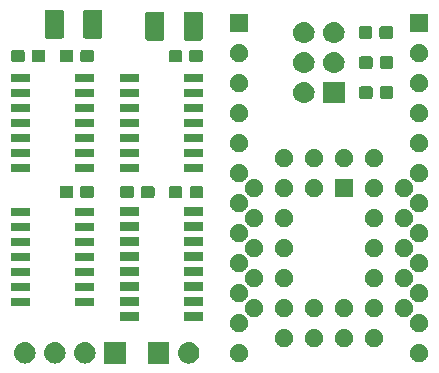
<source format=gts>
G04 #@! TF.GenerationSoftware,KiCad,Pcbnew,(5.1.0)-1*
G04 #@! TF.CreationDate,2021-03-04T20:51:30+01:00*
G04 #@! TF.ProjectId,Atari OSS Cartridge,41746172-6920-44f5-9353-204361727472,rev?*
G04 #@! TF.SameCoordinates,Original*
G04 #@! TF.FileFunction,Soldermask,Top*
G04 #@! TF.FilePolarity,Negative*
%FSLAX46Y46*%
G04 Gerber Fmt 4.6, Leading zero omitted, Abs format (unit mm)*
G04 Created by KiCad (PCBNEW (5.1.0)-1) date 2021-03-04 20:51:30*
%MOMM*%
%LPD*%
G04 APERTURE LIST*
%ADD10C,0.100000*%
G04 APERTURE END LIST*
D10*
G36*
X125459443Y-113862719D02*
G01*
X125525627Y-113869237D01*
X125695466Y-113920757D01*
X125851991Y-114004422D01*
X125876200Y-114024290D01*
X125989186Y-114117014D01*
X126072448Y-114218471D01*
X126101778Y-114254209D01*
X126185443Y-114410734D01*
X126236963Y-114580573D01*
X126254359Y-114757200D01*
X126236963Y-114933827D01*
X126185443Y-115103666D01*
X126101778Y-115260191D01*
X126072448Y-115295929D01*
X125989186Y-115397386D01*
X125887729Y-115480648D01*
X125851991Y-115509978D01*
X125695466Y-115593643D01*
X125525627Y-115645163D01*
X125459442Y-115651682D01*
X125393260Y-115658200D01*
X125304740Y-115658200D01*
X125238558Y-115651682D01*
X125172373Y-115645163D01*
X125002534Y-115593643D01*
X124846009Y-115509978D01*
X124810271Y-115480648D01*
X124708814Y-115397386D01*
X124625552Y-115295929D01*
X124596222Y-115260191D01*
X124512557Y-115103666D01*
X124461037Y-114933827D01*
X124443641Y-114757200D01*
X124461037Y-114580573D01*
X124512557Y-114410734D01*
X124596222Y-114254209D01*
X124625552Y-114218471D01*
X124708814Y-114117014D01*
X124821800Y-114024290D01*
X124846009Y-114004422D01*
X125002534Y-113920757D01*
X125172373Y-113869237D01*
X125238557Y-113862719D01*
X125304740Y-113856200D01*
X125393260Y-113856200D01*
X125459443Y-113862719D01*
X125459443Y-113862719D01*
G37*
G36*
X123710000Y-115658200D02*
G01*
X121908000Y-115658200D01*
X121908000Y-113856200D01*
X123710000Y-113856200D01*
X123710000Y-115658200D01*
X123710000Y-115658200D01*
G37*
G36*
X120001600Y-115658200D02*
G01*
X118199600Y-115658200D01*
X118199600Y-113856200D01*
X120001600Y-113856200D01*
X120001600Y-115658200D01*
X120001600Y-115658200D01*
G37*
G36*
X116671043Y-113862719D02*
G01*
X116737227Y-113869237D01*
X116907066Y-113920757D01*
X117063591Y-114004422D01*
X117087800Y-114024290D01*
X117200786Y-114117014D01*
X117284048Y-114218471D01*
X117313378Y-114254209D01*
X117397043Y-114410734D01*
X117448563Y-114580573D01*
X117465959Y-114757200D01*
X117448563Y-114933827D01*
X117397043Y-115103666D01*
X117313378Y-115260191D01*
X117284048Y-115295929D01*
X117200786Y-115397386D01*
X117099329Y-115480648D01*
X117063591Y-115509978D01*
X116907066Y-115593643D01*
X116737227Y-115645163D01*
X116671042Y-115651682D01*
X116604860Y-115658200D01*
X116516340Y-115658200D01*
X116450158Y-115651682D01*
X116383973Y-115645163D01*
X116214134Y-115593643D01*
X116057609Y-115509978D01*
X116021871Y-115480648D01*
X115920414Y-115397386D01*
X115837152Y-115295929D01*
X115807822Y-115260191D01*
X115724157Y-115103666D01*
X115672637Y-114933827D01*
X115655241Y-114757200D01*
X115672637Y-114580573D01*
X115724157Y-114410734D01*
X115807822Y-114254209D01*
X115837152Y-114218471D01*
X115920414Y-114117014D01*
X116033400Y-114024290D01*
X116057609Y-114004422D01*
X116214134Y-113920757D01*
X116383973Y-113869237D01*
X116450157Y-113862719D01*
X116516340Y-113856200D01*
X116604860Y-113856200D01*
X116671043Y-113862719D01*
X116671043Y-113862719D01*
G37*
G36*
X111591043Y-113862719D02*
G01*
X111657227Y-113869237D01*
X111827066Y-113920757D01*
X111983591Y-114004422D01*
X112007800Y-114024290D01*
X112120786Y-114117014D01*
X112204048Y-114218471D01*
X112233378Y-114254209D01*
X112317043Y-114410734D01*
X112368563Y-114580573D01*
X112385959Y-114757200D01*
X112368563Y-114933827D01*
X112317043Y-115103666D01*
X112233378Y-115260191D01*
X112204048Y-115295929D01*
X112120786Y-115397386D01*
X112019329Y-115480648D01*
X111983591Y-115509978D01*
X111827066Y-115593643D01*
X111657227Y-115645163D01*
X111591042Y-115651682D01*
X111524860Y-115658200D01*
X111436340Y-115658200D01*
X111370158Y-115651682D01*
X111303973Y-115645163D01*
X111134134Y-115593643D01*
X110977609Y-115509978D01*
X110941871Y-115480648D01*
X110840414Y-115397386D01*
X110757152Y-115295929D01*
X110727822Y-115260191D01*
X110644157Y-115103666D01*
X110592637Y-114933827D01*
X110575241Y-114757200D01*
X110592637Y-114580573D01*
X110644157Y-114410734D01*
X110727822Y-114254209D01*
X110757152Y-114218471D01*
X110840414Y-114117014D01*
X110953400Y-114024290D01*
X110977609Y-114004422D01*
X111134134Y-113920757D01*
X111303973Y-113869237D01*
X111370157Y-113862719D01*
X111436340Y-113856200D01*
X111524860Y-113856200D01*
X111591043Y-113862719D01*
X111591043Y-113862719D01*
G37*
G36*
X114131043Y-113862719D02*
G01*
X114197227Y-113869237D01*
X114367066Y-113920757D01*
X114523591Y-114004422D01*
X114547800Y-114024290D01*
X114660786Y-114117014D01*
X114744048Y-114218471D01*
X114773378Y-114254209D01*
X114857043Y-114410734D01*
X114908563Y-114580573D01*
X114925959Y-114757200D01*
X114908563Y-114933827D01*
X114857043Y-115103666D01*
X114773378Y-115260191D01*
X114744048Y-115295929D01*
X114660786Y-115397386D01*
X114559329Y-115480648D01*
X114523591Y-115509978D01*
X114367066Y-115593643D01*
X114197227Y-115645163D01*
X114131042Y-115651682D01*
X114064860Y-115658200D01*
X113976340Y-115658200D01*
X113910158Y-115651682D01*
X113843973Y-115645163D01*
X113674134Y-115593643D01*
X113517609Y-115509978D01*
X113481871Y-115480648D01*
X113380414Y-115397386D01*
X113297152Y-115295929D01*
X113267822Y-115260191D01*
X113184157Y-115103666D01*
X113132637Y-114933827D01*
X113115241Y-114757200D01*
X113132637Y-114580573D01*
X113184157Y-114410734D01*
X113267822Y-114254209D01*
X113297152Y-114218471D01*
X113380414Y-114117014D01*
X113493400Y-114024290D01*
X113517609Y-114004422D01*
X113674134Y-113920757D01*
X113843973Y-113869237D01*
X113910157Y-113862719D01*
X113976340Y-113856200D01*
X114064860Y-113856200D01*
X114131043Y-113862719D01*
X114131043Y-113862719D01*
G37*
G36*
X129838525Y-114024290D02*
G01*
X129977238Y-114081747D01*
X130102072Y-114165158D01*
X130208242Y-114271328D01*
X130291653Y-114396162D01*
X130349110Y-114534875D01*
X130378400Y-114682129D01*
X130378400Y-114832271D01*
X130349110Y-114979525D01*
X130291653Y-115118238D01*
X130208242Y-115243072D01*
X130102072Y-115349242D01*
X129977238Y-115432653D01*
X129838525Y-115490110D01*
X129691271Y-115519400D01*
X129541129Y-115519400D01*
X129393875Y-115490110D01*
X129255162Y-115432653D01*
X129130328Y-115349242D01*
X129024158Y-115243072D01*
X128940747Y-115118238D01*
X128883290Y-114979525D01*
X128854000Y-114832271D01*
X128854000Y-114682129D01*
X128883290Y-114534875D01*
X128940747Y-114396162D01*
X129024158Y-114271328D01*
X129130328Y-114165158D01*
X129255162Y-114081747D01*
X129393875Y-114024290D01*
X129541129Y-113995000D01*
X129691271Y-113995000D01*
X129838525Y-114024290D01*
X129838525Y-114024290D01*
G37*
G36*
X145078525Y-114024290D02*
G01*
X145217238Y-114081747D01*
X145342072Y-114165158D01*
X145448242Y-114271328D01*
X145531653Y-114396162D01*
X145589110Y-114534875D01*
X145618400Y-114682129D01*
X145618400Y-114832271D01*
X145589110Y-114979525D01*
X145531653Y-115118238D01*
X145448242Y-115243072D01*
X145342072Y-115349242D01*
X145217238Y-115432653D01*
X145078525Y-115490110D01*
X144931271Y-115519400D01*
X144781129Y-115519400D01*
X144633875Y-115490110D01*
X144495162Y-115432653D01*
X144370328Y-115349242D01*
X144264158Y-115243072D01*
X144180747Y-115118238D01*
X144123290Y-114979525D01*
X144094000Y-114832271D01*
X144094000Y-114682129D01*
X144123290Y-114534875D01*
X144180747Y-114396162D01*
X144264158Y-114271328D01*
X144370328Y-114165158D01*
X144495162Y-114081747D01*
X144633875Y-114024290D01*
X144781129Y-113995000D01*
X144931271Y-113995000D01*
X145078525Y-114024290D01*
X145078525Y-114024290D01*
G37*
G36*
X138728525Y-112754290D02*
G01*
X138867238Y-112811747D01*
X138992072Y-112895158D01*
X139098242Y-113001328D01*
X139181653Y-113126162D01*
X139239110Y-113264875D01*
X139268400Y-113412129D01*
X139268400Y-113562271D01*
X139239110Y-113709525D01*
X139181653Y-113848238D01*
X139098242Y-113973072D01*
X138992072Y-114079242D01*
X138867238Y-114162653D01*
X138728525Y-114220110D01*
X138581271Y-114249400D01*
X138431129Y-114249400D01*
X138283875Y-114220110D01*
X138145162Y-114162653D01*
X138020328Y-114079242D01*
X137914158Y-113973072D01*
X137830747Y-113848238D01*
X137773290Y-113709525D01*
X137744000Y-113562271D01*
X137744000Y-113412129D01*
X137773290Y-113264875D01*
X137830747Y-113126162D01*
X137914158Y-113001328D01*
X138020328Y-112895158D01*
X138145162Y-112811747D01*
X138283875Y-112754290D01*
X138431129Y-112725000D01*
X138581271Y-112725000D01*
X138728525Y-112754290D01*
X138728525Y-112754290D01*
G37*
G36*
X141268525Y-112754290D02*
G01*
X141407238Y-112811747D01*
X141532072Y-112895158D01*
X141638242Y-113001328D01*
X141721653Y-113126162D01*
X141779110Y-113264875D01*
X141808400Y-113412129D01*
X141808400Y-113562271D01*
X141779110Y-113709525D01*
X141721653Y-113848238D01*
X141638242Y-113973072D01*
X141532072Y-114079242D01*
X141407238Y-114162653D01*
X141268525Y-114220110D01*
X141121271Y-114249400D01*
X140971129Y-114249400D01*
X140823875Y-114220110D01*
X140685162Y-114162653D01*
X140560328Y-114079242D01*
X140454158Y-113973072D01*
X140370747Y-113848238D01*
X140313290Y-113709525D01*
X140284000Y-113562271D01*
X140284000Y-113412129D01*
X140313290Y-113264875D01*
X140370747Y-113126162D01*
X140454158Y-113001328D01*
X140560328Y-112895158D01*
X140685162Y-112811747D01*
X140823875Y-112754290D01*
X140971129Y-112725000D01*
X141121271Y-112725000D01*
X141268525Y-112754290D01*
X141268525Y-112754290D01*
G37*
G36*
X136188525Y-112754290D02*
G01*
X136327238Y-112811747D01*
X136452072Y-112895158D01*
X136558242Y-113001328D01*
X136641653Y-113126162D01*
X136699110Y-113264875D01*
X136728400Y-113412129D01*
X136728400Y-113562271D01*
X136699110Y-113709525D01*
X136641653Y-113848238D01*
X136558242Y-113973072D01*
X136452072Y-114079242D01*
X136327238Y-114162653D01*
X136188525Y-114220110D01*
X136041271Y-114249400D01*
X135891129Y-114249400D01*
X135743875Y-114220110D01*
X135605162Y-114162653D01*
X135480328Y-114079242D01*
X135374158Y-113973072D01*
X135290747Y-113848238D01*
X135233290Y-113709525D01*
X135204000Y-113562271D01*
X135204000Y-113412129D01*
X135233290Y-113264875D01*
X135290747Y-113126162D01*
X135374158Y-113001328D01*
X135480328Y-112895158D01*
X135605162Y-112811747D01*
X135743875Y-112754290D01*
X135891129Y-112725000D01*
X136041271Y-112725000D01*
X136188525Y-112754290D01*
X136188525Y-112754290D01*
G37*
G36*
X133648525Y-112754290D02*
G01*
X133787238Y-112811747D01*
X133912072Y-112895158D01*
X134018242Y-113001328D01*
X134101653Y-113126162D01*
X134159110Y-113264875D01*
X134188400Y-113412129D01*
X134188400Y-113562271D01*
X134159110Y-113709525D01*
X134101653Y-113848238D01*
X134018242Y-113973072D01*
X133912072Y-114079242D01*
X133787238Y-114162653D01*
X133648525Y-114220110D01*
X133501271Y-114249400D01*
X133351129Y-114249400D01*
X133203875Y-114220110D01*
X133065162Y-114162653D01*
X132940328Y-114079242D01*
X132834158Y-113973072D01*
X132750747Y-113848238D01*
X132693290Y-113709525D01*
X132664000Y-113562271D01*
X132664000Y-113412129D01*
X132693290Y-113264875D01*
X132750747Y-113126162D01*
X132834158Y-113001328D01*
X132940328Y-112895158D01*
X133065162Y-112811747D01*
X133203875Y-112754290D01*
X133351129Y-112725000D01*
X133501271Y-112725000D01*
X133648525Y-112754290D01*
X133648525Y-112754290D01*
G37*
G36*
X129838525Y-111484290D02*
G01*
X129977238Y-111541747D01*
X130102072Y-111625158D01*
X130208242Y-111731328D01*
X130291653Y-111856162D01*
X130349110Y-111994875D01*
X130378400Y-112142129D01*
X130378400Y-112292271D01*
X130349110Y-112439525D01*
X130291653Y-112578238D01*
X130208242Y-112703072D01*
X130102072Y-112809242D01*
X129977238Y-112892653D01*
X129838525Y-112950110D01*
X129691271Y-112979400D01*
X129541129Y-112979400D01*
X129393875Y-112950110D01*
X129255162Y-112892653D01*
X129130328Y-112809242D01*
X129024158Y-112703072D01*
X128940747Y-112578238D01*
X128883290Y-112439525D01*
X128854000Y-112292271D01*
X128854000Y-112142129D01*
X128883290Y-111994875D01*
X128940747Y-111856162D01*
X129024158Y-111731328D01*
X129130328Y-111625158D01*
X129255162Y-111541747D01*
X129393875Y-111484290D01*
X129541129Y-111455000D01*
X129691271Y-111455000D01*
X129838525Y-111484290D01*
X129838525Y-111484290D01*
G37*
G36*
X145078525Y-111484290D02*
G01*
X145217238Y-111541747D01*
X145342072Y-111625158D01*
X145448242Y-111731328D01*
X145531653Y-111856162D01*
X145589110Y-111994875D01*
X145618400Y-112142129D01*
X145618400Y-112292271D01*
X145589110Y-112439525D01*
X145531653Y-112578238D01*
X145448242Y-112703072D01*
X145342072Y-112809242D01*
X145217238Y-112892653D01*
X145078525Y-112950110D01*
X144931271Y-112979400D01*
X144781129Y-112979400D01*
X144633875Y-112950110D01*
X144495162Y-112892653D01*
X144370328Y-112809242D01*
X144264158Y-112703072D01*
X144180747Y-112578238D01*
X144123290Y-112439525D01*
X144094000Y-112292271D01*
X144094000Y-112142129D01*
X144123290Y-111994875D01*
X144180747Y-111856162D01*
X144264158Y-111731328D01*
X144370328Y-111625158D01*
X144495162Y-111541747D01*
X144633875Y-111484290D01*
X144781129Y-111455000D01*
X144931271Y-111455000D01*
X145078525Y-111484290D01*
X145078525Y-111484290D01*
G37*
G36*
X121164000Y-112034800D02*
G01*
X119562000Y-112034800D01*
X119562000Y-111332800D01*
X121164000Y-111332800D01*
X121164000Y-112034800D01*
X121164000Y-112034800D01*
G37*
G36*
X126564000Y-112034800D02*
G01*
X124962000Y-112034800D01*
X124962000Y-111332800D01*
X126564000Y-111332800D01*
X126564000Y-112034800D01*
X126564000Y-112034800D01*
G37*
G36*
X131108525Y-110214290D02*
G01*
X131247238Y-110271747D01*
X131372072Y-110355158D01*
X131478242Y-110461328D01*
X131561653Y-110586162D01*
X131619110Y-110724875D01*
X131648400Y-110872129D01*
X131648400Y-111022271D01*
X131619110Y-111169525D01*
X131561653Y-111308238D01*
X131478242Y-111433072D01*
X131372072Y-111539242D01*
X131247238Y-111622653D01*
X131108525Y-111680110D01*
X130961271Y-111709400D01*
X130811129Y-111709400D01*
X130663875Y-111680110D01*
X130525162Y-111622653D01*
X130400328Y-111539242D01*
X130294158Y-111433072D01*
X130210747Y-111308238D01*
X130153290Y-111169525D01*
X130124000Y-111022271D01*
X130124000Y-110872129D01*
X130153290Y-110724875D01*
X130210747Y-110586162D01*
X130294158Y-110461328D01*
X130400328Y-110355158D01*
X130525162Y-110271747D01*
X130663875Y-110214290D01*
X130811129Y-110185000D01*
X130961271Y-110185000D01*
X131108525Y-110214290D01*
X131108525Y-110214290D01*
G37*
G36*
X133648525Y-110214290D02*
G01*
X133787238Y-110271747D01*
X133912072Y-110355158D01*
X134018242Y-110461328D01*
X134101653Y-110586162D01*
X134159110Y-110724875D01*
X134188400Y-110872129D01*
X134188400Y-111022271D01*
X134159110Y-111169525D01*
X134101653Y-111308238D01*
X134018242Y-111433072D01*
X133912072Y-111539242D01*
X133787238Y-111622653D01*
X133648525Y-111680110D01*
X133501271Y-111709400D01*
X133351129Y-111709400D01*
X133203875Y-111680110D01*
X133065162Y-111622653D01*
X132940328Y-111539242D01*
X132834158Y-111433072D01*
X132750747Y-111308238D01*
X132693290Y-111169525D01*
X132664000Y-111022271D01*
X132664000Y-110872129D01*
X132693290Y-110724875D01*
X132750747Y-110586162D01*
X132834158Y-110461328D01*
X132940328Y-110355158D01*
X133065162Y-110271747D01*
X133203875Y-110214290D01*
X133351129Y-110185000D01*
X133501271Y-110185000D01*
X133648525Y-110214290D01*
X133648525Y-110214290D01*
G37*
G36*
X136188525Y-110214290D02*
G01*
X136327238Y-110271747D01*
X136452072Y-110355158D01*
X136558242Y-110461328D01*
X136641653Y-110586162D01*
X136699110Y-110724875D01*
X136728400Y-110872129D01*
X136728400Y-111022271D01*
X136699110Y-111169525D01*
X136641653Y-111308238D01*
X136558242Y-111433072D01*
X136452072Y-111539242D01*
X136327238Y-111622653D01*
X136188525Y-111680110D01*
X136041271Y-111709400D01*
X135891129Y-111709400D01*
X135743875Y-111680110D01*
X135605162Y-111622653D01*
X135480328Y-111539242D01*
X135374158Y-111433072D01*
X135290747Y-111308238D01*
X135233290Y-111169525D01*
X135204000Y-111022271D01*
X135204000Y-110872129D01*
X135233290Y-110724875D01*
X135290747Y-110586162D01*
X135374158Y-110461328D01*
X135480328Y-110355158D01*
X135605162Y-110271747D01*
X135743875Y-110214290D01*
X135891129Y-110185000D01*
X136041271Y-110185000D01*
X136188525Y-110214290D01*
X136188525Y-110214290D01*
G37*
G36*
X138728525Y-110214290D02*
G01*
X138867238Y-110271747D01*
X138992072Y-110355158D01*
X139098242Y-110461328D01*
X139181653Y-110586162D01*
X139239110Y-110724875D01*
X139268400Y-110872129D01*
X139268400Y-111022271D01*
X139239110Y-111169525D01*
X139181653Y-111308238D01*
X139098242Y-111433072D01*
X138992072Y-111539242D01*
X138867238Y-111622653D01*
X138728525Y-111680110D01*
X138581271Y-111709400D01*
X138431129Y-111709400D01*
X138283875Y-111680110D01*
X138145162Y-111622653D01*
X138020328Y-111539242D01*
X137914158Y-111433072D01*
X137830747Y-111308238D01*
X137773290Y-111169525D01*
X137744000Y-111022271D01*
X137744000Y-110872129D01*
X137773290Y-110724875D01*
X137830747Y-110586162D01*
X137914158Y-110461328D01*
X138020328Y-110355158D01*
X138145162Y-110271747D01*
X138283875Y-110214290D01*
X138431129Y-110185000D01*
X138581271Y-110185000D01*
X138728525Y-110214290D01*
X138728525Y-110214290D01*
G37*
G36*
X141268525Y-110214290D02*
G01*
X141407238Y-110271747D01*
X141532072Y-110355158D01*
X141638242Y-110461328D01*
X141721653Y-110586162D01*
X141779110Y-110724875D01*
X141808400Y-110872129D01*
X141808400Y-111022271D01*
X141779110Y-111169525D01*
X141721653Y-111308238D01*
X141638242Y-111433072D01*
X141532072Y-111539242D01*
X141407238Y-111622653D01*
X141268525Y-111680110D01*
X141121271Y-111709400D01*
X140971129Y-111709400D01*
X140823875Y-111680110D01*
X140685162Y-111622653D01*
X140560328Y-111539242D01*
X140454158Y-111433072D01*
X140370747Y-111308238D01*
X140313290Y-111169525D01*
X140284000Y-111022271D01*
X140284000Y-110872129D01*
X140313290Y-110724875D01*
X140370747Y-110586162D01*
X140454158Y-110461328D01*
X140560328Y-110355158D01*
X140685162Y-110271747D01*
X140823875Y-110214290D01*
X140971129Y-110185000D01*
X141121271Y-110185000D01*
X141268525Y-110214290D01*
X141268525Y-110214290D01*
G37*
G36*
X143808525Y-110214290D02*
G01*
X143947238Y-110271747D01*
X144072072Y-110355158D01*
X144178242Y-110461328D01*
X144261653Y-110586162D01*
X144319110Y-110724875D01*
X144348400Y-110872129D01*
X144348400Y-111022271D01*
X144319110Y-111169525D01*
X144261653Y-111308238D01*
X144178242Y-111433072D01*
X144072072Y-111539242D01*
X143947238Y-111622653D01*
X143808525Y-111680110D01*
X143661271Y-111709400D01*
X143511129Y-111709400D01*
X143363875Y-111680110D01*
X143225162Y-111622653D01*
X143100328Y-111539242D01*
X142994158Y-111433072D01*
X142910747Y-111308238D01*
X142853290Y-111169525D01*
X142824000Y-111022271D01*
X142824000Y-110872129D01*
X142853290Y-110724875D01*
X142910747Y-110586162D01*
X142994158Y-110461328D01*
X143100328Y-110355158D01*
X143225162Y-110271747D01*
X143363875Y-110214290D01*
X143511129Y-110185000D01*
X143661271Y-110185000D01*
X143808525Y-110214290D01*
X143808525Y-110214290D01*
G37*
G36*
X117318400Y-110815600D02*
G01*
X115716400Y-110815600D01*
X115716400Y-110113600D01*
X117318400Y-110113600D01*
X117318400Y-110815600D01*
X117318400Y-110815600D01*
G37*
G36*
X111918400Y-110815600D02*
G01*
X110316400Y-110815600D01*
X110316400Y-110113600D01*
X111918400Y-110113600D01*
X111918400Y-110815600D01*
X111918400Y-110815600D01*
G37*
G36*
X126564000Y-110764800D02*
G01*
X124962000Y-110764800D01*
X124962000Y-110062800D01*
X126564000Y-110062800D01*
X126564000Y-110764800D01*
X126564000Y-110764800D01*
G37*
G36*
X121164000Y-110764800D02*
G01*
X119562000Y-110764800D01*
X119562000Y-110062800D01*
X121164000Y-110062800D01*
X121164000Y-110764800D01*
X121164000Y-110764800D01*
G37*
G36*
X145078525Y-108944290D02*
G01*
X145217238Y-109001747D01*
X145342072Y-109085158D01*
X145448242Y-109191328D01*
X145531653Y-109316162D01*
X145589110Y-109454875D01*
X145618400Y-109602129D01*
X145618400Y-109752271D01*
X145589110Y-109899525D01*
X145531653Y-110038238D01*
X145448242Y-110163072D01*
X145342072Y-110269242D01*
X145217238Y-110352653D01*
X145078525Y-110410110D01*
X144931271Y-110439400D01*
X144781129Y-110439400D01*
X144633875Y-110410110D01*
X144495162Y-110352653D01*
X144370328Y-110269242D01*
X144264158Y-110163072D01*
X144180747Y-110038238D01*
X144123290Y-109899525D01*
X144094000Y-109752271D01*
X144094000Y-109602129D01*
X144123290Y-109454875D01*
X144180747Y-109316162D01*
X144264158Y-109191328D01*
X144370328Y-109085158D01*
X144495162Y-109001747D01*
X144633875Y-108944290D01*
X144781129Y-108915000D01*
X144931271Y-108915000D01*
X145078525Y-108944290D01*
X145078525Y-108944290D01*
G37*
G36*
X129838525Y-108944290D02*
G01*
X129977238Y-109001747D01*
X130102072Y-109085158D01*
X130208242Y-109191328D01*
X130291653Y-109316162D01*
X130349110Y-109454875D01*
X130378400Y-109602129D01*
X130378400Y-109752271D01*
X130349110Y-109899525D01*
X130291653Y-110038238D01*
X130208242Y-110163072D01*
X130102072Y-110269242D01*
X129977238Y-110352653D01*
X129838525Y-110410110D01*
X129691271Y-110439400D01*
X129541129Y-110439400D01*
X129393875Y-110410110D01*
X129255162Y-110352653D01*
X129130328Y-110269242D01*
X129024158Y-110163072D01*
X128940747Y-110038238D01*
X128883290Y-109899525D01*
X128854000Y-109752271D01*
X128854000Y-109602129D01*
X128883290Y-109454875D01*
X128940747Y-109316162D01*
X129024158Y-109191328D01*
X129130328Y-109085158D01*
X129255162Y-109001747D01*
X129393875Y-108944290D01*
X129541129Y-108915000D01*
X129691271Y-108915000D01*
X129838525Y-108944290D01*
X129838525Y-108944290D01*
G37*
G36*
X117318400Y-109545600D02*
G01*
X115716400Y-109545600D01*
X115716400Y-108843600D01*
X117318400Y-108843600D01*
X117318400Y-109545600D01*
X117318400Y-109545600D01*
G37*
G36*
X111918400Y-109545600D02*
G01*
X110316400Y-109545600D01*
X110316400Y-108843600D01*
X111918400Y-108843600D01*
X111918400Y-109545600D01*
X111918400Y-109545600D01*
G37*
G36*
X121164000Y-109494800D02*
G01*
X119562000Y-109494800D01*
X119562000Y-108792800D01*
X121164000Y-108792800D01*
X121164000Y-109494800D01*
X121164000Y-109494800D01*
G37*
G36*
X126564000Y-109494800D02*
G01*
X124962000Y-109494800D01*
X124962000Y-108792800D01*
X126564000Y-108792800D01*
X126564000Y-109494800D01*
X126564000Y-109494800D01*
G37*
G36*
X133648525Y-107674290D02*
G01*
X133787238Y-107731747D01*
X133912072Y-107815158D01*
X134018242Y-107921328D01*
X134101653Y-108046162D01*
X134159110Y-108184875D01*
X134188400Y-108332129D01*
X134188400Y-108482271D01*
X134159110Y-108629525D01*
X134101653Y-108768238D01*
X134018242Y-108893072D01*
X133912072Y-108999242D01*
X133787238Y-109082653D01*
X133648525Y-109140110D01*
X133501271Y-109169400D01*
X133351129Y-109169400D01*
X133203875Y-109140110D01*
X133065162Y-109082653D01*
X132940328Y-108999242D01*
X132834158Y-108893072D01*
X132750747Y-108768238D01*
X132693290Y-108629525D01*
X132664000Y-108482271D01*
X132664000Y-108332129D01*
X132693290Y-108184875D01*
X132750747Y-108046162D01*
X132834158Y-107921328D01*
X132940328Y-107815158D01*
X133065162Y-107731747D01*
X133203875Y-107674290D01*
X133351129Y-107645000D01*
X133501271Y-107645000D01*
X133648525Y-107674290D01*
X133648525Y-107674290D01*
G37*
G36*
X141268525Y-107674290D02*
G01*
X141407238Y-107731747D01*
X141532072Y-107815158D01*
X141638242Y-107921328D01*
X141721653Y-108046162D01*
X141779110Y-108184875D01*
X141808400Y-108332129D01*
X141808400Y-108482271D01*
X141779110Y-108629525D01*
X141721653Y-108768238D01*
X141638242Y-108893072D01*
X141532072Y-108999242D01*
X141407238Y-109082653D01*
X141268525Y-109140110D01*
X141121271Y-109169400D01*
X140971129Y-109169400D01*
X140823875Y-109140110D01*
X140685162Y-109082653D01*
X140560328Y-108999242D01*
X140454158Y-108893072D01*
X140370747Y-108768238D01*
X140313290Y-108629525D01*
X140284000Y-108482271D01*
X140284000Y-108332129D01*
X140313290Y-108184875D01*
X140370747Y-108046162D01*
X140454158Y-107921328D01*
X140560328Y-107815158D01*
X140685162Y-107731747D01*
X140823875Y-107674290D01*
X140971129Y-107645000D01*
X141121271Y-107645000D01*
X141268525Y-107674290D01*
X141268525Y-107674290D01*
G37*
G36*
X143808525Y-107674290D02*
G01*
X143947238Y-107731747D01*
X144072072Y-107815158D01*
X144178242Y-107921328D01*
X144261653Y-108046162D01*
X144319110Y-108184875D01*
X144348400Y-108332129D01*
X144348400Y-108482271D01*
X144319110Y-108629525D01*
X144261653Y-108768238D01*
X144178242Y-108893072D01*
X144072072Y-108999242D01*
X143947238Y-109082653D01*
X143808525Y-109140110D01*
X143661271Y-109169400D01*
X143511129Y-109169400D01*
X143363875Y-109140110D01*
X143225162Y-109082653D01*
X143100328Y-108999242D01*
X142994158Y-108893072D01*
X142910747Y-108768238D01*
X142853290Y-108629525D01*
X142824000Y-108482271D01*
X142824000Y-108332129D01*
X142853290Y-108184875D01*
X142910747Y-108046162D01*
X142994158Y-107921328D01*
X143100328Y-107815158D01*
X143225162Y-107731747D01*
X143363875Y-107674290D01*
X143511129Y-107645000D01*
X143661271Y-107645000D01*
X143808525Y-107674290D01*
X143808525Y-107674290D01*
G37*
G36*
X131108525Y-107674290D02*
G01*
X131247238Y-107731747D01*
X131372072Y-107815158D01*
X131478242Y-107921328D01*
X131561653Y-108046162D01*
X131619110Y-108184875D01*
X131648400Y-108332129D01*
X131648400Y-108482271D01*
X131619110Y-108629525D01*
X131561653Y-108768238D01*
X131478242Y-108893072D01*
X131372072Y-108999242D01*
X131247238Y-109082653D01*
X131108525Y-109140110D01*
X130961271Y-109169400D01*
X130811129Y-109169400D01*
X130663875Y-109140110D01*
X130525162Y-109082653D01*
X130400328Y-108999242D01*
X130294158Y-108893072D01*
X130210747Y-108768238D01*
X130153290Y-108629525D01*
X130124000Y-108482271D01*
X130124000Y-108332129D01*
X130153290Y-108184875D01*
X130210747Y-108046162D01*
X130294158Y-107921328D01*
X130400328Y-107815158D01*
X130525162Y-107731747D01*
X130663875Y-107674290D01*
X130811129Y-107645000D01*
X130961271Y-107645000D01*
X131108525Y-107674290D01*
X131108525Y-107674290D01*
G37*
G36*
X111918400Y-108275600D02*
G01*
X110316400Y-108275600D01*
X110316400Y-107573600D01*
X111918400Y-107573600D01*
X111918400Y-108275600D01*
X111918400Y-108275600D01*
G37*
G36*
X117318400Y-108275600D02*
G01*
X115716400Y-108275600D01*
X115716400Y-107573600D01*
X117318400Y-107573600D01*
X117318400Y-108275600D01*
X117318400Y-108275600D01*
G37*
G36*
X121164000Y-108224800D02*
G01*
X119562000Y-108224800D01*
X119562000Y-107522800D01*
X121164000Y-107522800D01*
X121164000Y-108224800D01*
X121164000Y-108224800D01*
G37*
G36*
X126564000Y-108224800D02*
G01*
X124962000Y-108224800D01*
X124962000Y-107522800D01*
X126564000Y-107522800D01*
X126564000Y-108224800D01*
X126564000Y-108224800D01*
G37*
G36*
X145078525Y-106404290D02*
G01*
X145217238Y-106461747D01*
X145342072Y-106545158D01*
X145448242Y-106651328D01*
X145531653Y-106776162D01*
X145589110Y-106914875D01*
X145618400Y-107062129D01*
X145618400Y-107212271D01*
X145589110Y-107359525D01*
X145531653Y-107498238D01*
X145448242Y-107623072D01*
X145342072Y-107729242D01*
X145217238Y-107812653D01*
X145078525Y-107870110D01*
X144931271Y-107899400D01*
X144781129Y-107899400D01*
X144633875Y-107870110D01*
X144495162Y-107812653D01*
X144370328Y-107729242D01*
X144264158Y-107623072D01*
X144180747Y-107498238D01*
X144123290Y-107359525D01*
X144094000Y-107212271D01*
X144094000Y-107062129D01*
X144123290Y-106914875D01*
X144180747Y-106776162D01*
X144264158Y-106651328D01*
X144370328Y-106545158D01*
X144495162Y-106461747D01*
X144633875Y-106404290D01*
X144781129Y-106375000D01*
X144931271Y-106375000D01*
X145078525Y-106404290D01*
X145078525Y-106404290D01*
G37*
G36*
X129838525Y-106404290D02*
G01*
X129977238Y-106461747D01*
X130102072Y-106545158D01*
X130208242Y-106651328D01*
X130291653Y-106776162D01*
X130349110Y-106914875D01*
X130378400Y-107062129D01*
X130378400Y-107212271D01*
X130349110Y-107359525D01*
X130291653Y-107498238D01*
X130208242Y-107623072D01*
X130102072Y-107729242D01*
X129977238Y-107812653D01*
X129838525Y-107870110D01*
X129691271Y-107899400D01*
X129541129Y-107899400D01*
X129393875Y-107870110D01*
X129255162Y-107812653D01*
X129130328Y-107729242D01*
X129024158Y-107623072D01*
X128940747Y-107498238D01*
X128883290Y-107359525D01*
X128854000Y-107212271D01*
X128854000Y-107062129D01*
X128883290Y-106914875D01*
X128940747Y-106776162D01*
X129024158Y-106651328D01*
X129130328Y-106545158D01*
X129255162Y-106461747D01*
X129393875Y-106404290D01*
X129541129Y-106375000D01*
X129691271Y-106375000D01*
X129838525Y-106404290D01*
X129838525Y-106404290D01*
G37*
G36*
X111918400Y-107005600D02*
G01*
X110316400Y-107005600D01*
X110316400Y-106303600D01*
X111918400Y-106303600D01*
X111918400Y-107005600D01*
X111918400Y-107005600D01*
G37*
G36*
X117318400Y-107005600D02*
G01*
X115716400Y-107005600D01*
X115716400Y-106303600D01*
X117318400Y-106303600D01*
X117318400Y-107005600D01*
X117318400Y-107005600D01*
G37*
G36*
X121164000Y-106954800D02*
G01*
X119562000Y-106954800D01*
X119562000Y-106252800D01*
X121164000Y-106252800D01*
X121164000Y-106954800D01*
X121164000Y-106954800D01*
G37*
G36*
X126564000Y-106954800D02*
G01*
X124962000Y-106954800D01*
X124962000Y-106252800D01*
X126564000Y-106252800D01*
X126564000Y-106954800D01*
X126564000Y-106954800D01*
G37*
G36*
X131108525Y-105134290D02*
G01*
X131247238Y-105191747D01*
X131372072Y-105275158D01*
X131478242Y-105381328D01*
X131561653Y-105506162D01*
X131619110Y-105644875D01*
X131648400Y-105792129D01*
X131648400Y-105942271D01*
X131619110Y-106089525D01*
X131561653Y-106228238D01*
X131478242Y-106353072D01*
X131372072Y-106459242D01*
X131247238Y-106542653D01*
X131108525Y-106600110D01*
X130961271Y-106629400D01*
X130811129Y-106629400D01*
X130663875Y-106600110D01*
X130525162Y-106542653D01*
X130400328Y-106459242D01*
X130294158Y-106353072D01*
X130210747Y-106228238D01*
X130153290Y-106089525D01*
X130124000Y-105942271D01*
X130124000Y-105792129D01*
X130153290Y-105644875D01*
X130210747Y-105506162D01*
X130294158Y-105381328D01*
X130400328Y-105275158D01*
X130525162Y-105191747D01*
X130663875Y-105134290D01*
X130811129Y-105105000D01*
X130961271Y-105105000D01*
X131108525Y-105134290D01*
X131108525Y-105134290D01*
G37*
G36*
X133648525Y-105134290D02*
G01*
X133787238Y-105191747D01*
X133912072Y-105275158D01*
X134018242Y-105381328D01*
X134101653Y-105506162D01*
X134159110Y-105644875D01*
X134188400Y-105792129D01*
X134188400Y-105942271D01*
X134159110Y-106089525D01*
X134101653Y-106228238D01*
X134018242Y-106353072D01*
X133912072Y-106459242D01*
X133787238Y-106542653D01*
X133648525Y-106600110D01*
X133501271Y-106629400D01*
X133351129Y-106629400D01*
X133203875Y-106600110D01*
X133065162Y-106542653D01*
X132940328Y-106459242D01*
X132834158Y-106353072D01*
X132750747Y-106228238D01*
X132693290Y-106089525D01*
X132664000Y-105942271D01*
X132664000Y-105792129D01*
X132693290Y-105644875D01*
X132750747Y-105506162D01*
X132834158Y-105381328D01*
X132940328Y-105275158D01*
X133065162Y-105191747D01*
X133203875Y-105134290D01*
X133351129Y-105105000D01*
X133501271Y-105105000D01*
X133648525Y-105134290D01*
X133648525Y-105134290D01*
G37*
G36*
X141268525Y-105134290D02*
G01*
X141407238Y-105191747D01*
X141532072Y-105275158D01*
X141638242Y-105381328D01*
X141721653Y-105506162D01*
X141779110Y-105644875D01*
X141808400Y-105792129D01*
X141808400Y-105942271D01*
X141779110Y-106089525D01*
X141721653Y-106228238D01*
X141638242Y-106353072D01*
X141532072Y-106459242D01*
X141407238Y-106542653D01*
X141268525Y-106600110D01*
X141121271Y-106629400D01*
X140971129Y-106629400D01*
X140823875Y-106600110D01*
X140685162Y-106542653D01*
X140560328Y-106459242D01*
X140454158Y-106353072D01*
X140370747Y-106228238D01*
X140313290Y-106089525D01*
X140284000Y-105942271D01*
X140284000Y-105792129D01*
X140313290Y-105644875D01*
X140370747Y-105506162D01*
X140454158Y-105381328D01*
X140560328Y-105275158D01*
X140685162Y-105191747D01*
X140823875Y-105134290D01*
X140971129Y-105105000D01*
X141121271Y-105105000D01*
X141268525Y-105134290D01*
X141268525Y-105134290D01*
G37*
G36*
X143808525Y-105134290D02*
G01*
X143947238Y-105191747D01*
X144072072Y-105275158D01*
X144178242Y-105381328D01*
X144261653Y-105506162D01*
X144319110Y-105644875D01*
X144348400Y-105792129D01*
X144348400Y-105942271D01*
X144319110Y-106089525D01*
X144261653Y-106228238D01*
X144178242Y-106353072D01*
X144072072Y-106459242D01*
X143947238Y-106542653D01*
X143808525Y-106600110D01*
X143661271Y-106629400D01*
X143511129Y-106629400D01*
X143363875Y-106600110D01*
X143225162Y-106542653D01*
X143100328Y-106459242D01*
X142994158Y-106353072D01*
X142910747Y-106228238D01*
X142853290Y-106089525D01*
X142824000Y-105942271D01*
X142824000Y-105792129D01*
X142853290Y-105644875D01*
X142910747Y-105506162D01*
X142994158Y-105381328D01*
X143100328Y-105275158D01*
X143225162Y-105191747D01*
X143363875Y-105134290D01*
X143511129Y-105105000D01*
X143661271Y-105105000D01*
X143808525Y-105134290D01*
X143808525Y-105134290D01*
G37*
G36*
X111918400Y-105735600D02*
G01*
X110316400Y-105735600D01*
X110316400Y-105033600D01*
X111918400Y-105033600D01*
X111918400Y-105735600D01*
X111918400Y-105735600D01*
G37*
G36*
X117318400Y-105735600D02*
G01*
X115716400Y-105735600D01*
X115716400Y-105033600D01*
X117318400Y-105033600D01*
X117318400Y-105735600D01*
X117318400Y-105735600D01*
G37*
G36*
X126564000Y-105684800D02*
G01*
X124962000Y-105684800D01*
X124962000Y-104982800D01*
X126564000Y-104982800D01*
X126564000Y-105684800D01*
X126564000Y-105684800D01*
G37*
G36*
X121164000Y-105684800D02*
G01*
X119562000Y-105684800D01*
X119562000Y-104982800D01*
X121164000Y-104982800D01*
X121164000Y-105684800D01*
X121164000Y-105684800D01*
G37*
G36*
X129838525Y-103864290D02*
G01*
X129977238Y-103921747D01*
X130102072Y-104005158D01*
X130208242Y-104111328D01*
X130291653Y-104236162D01*
X130349110Y-104374875D01*
X130378400Y-104522129D01*
X130378400Y-104672271D01*
X130349110Y-104819525D01*
X130291653Y-104958238D01*
X130208242Y-105083072D01*
X130102072Y-105189242D01*
X129977238Y-105272653D01*
X129838525Y-105330110D01*
X129691271Y-105359400D01*
X129541129Y-105359400D01*
X129393875Y-105330110D01*
X129255162Y-105272653D01*
X129130328Y-105189242D01*
X129024158Y-105083072D01*
X128940747Y-104958238D01*
X128883290Y-104819525D01*
X128854000Y-104672271D01*
X128854000Y-104522129D01*
X128883290Y-104374875D01*
X128940747Y-104236162D01*
X129024158Y-104111328D01*
X129130328Y-104005158D01*
X129255162Y-103921747D01*
X129393875Y-103864290D01*
X129541129Y-103835000D01*
X129691271Y-103835000D01*
X129838525Y-103864290D01*
X129838525Y-103864290D01*
G37*
G36*
X145078525Y-103864290D02*
G01*
X145217238Y-103921747D01*
X145342072Y-104005158D01*
X145448242Y-104111328D01*
X145531653Y-104236162D01*
X145589110Y-104374875D01*
X145618400Y-104522129D01*
X145618400Y-104672271D01*
X145589110Y-104819525D01*
X145531653Y-104958238D01*
X145448242Y-105083072D01*
X145342072Y-105189242D01*
X145217238Y-105272653D01*
X145078525Y-105330110D01*
X144931271Y-105359400D01*
X144781129Y-105359400D01*
X144633875Y-105330110D01*
X144495162Y-105272653D01*
X144370328Y-105189242D01*
X144264158Y-105083072D01*
X144180747Y-104958238D01*
X144123290Y-104819525D01*
X144094000Y-104672271D01*
X144094000Y-104522129D01*
X144123290Y-104374875D01*
X144180747Y-104236162D01*
X144264158Y-104111328D01*
X144370328Y-104005158D01*
X144495162Y-103921747D01*
X144633875Y-103864290D01*
X144781129Y-103835000D01*
X144931271Y-103835000D01*
X145078525Y-103864290D01*
X145078525Y-103864290D01*
G37*
G36*
X117318400Y-104465600D02*
G01*
X115716400Y-104465600D01*
X115716400Y-103763600D01*
X117318400Y-103763600D01*
X117318400Y-104465600D01*
X117318400Y-104465600D01*
G37*
G36*
X111918400Y-104465600D02*
G01*
X110316400Y-104465600D01*
X110316400Y-103763600D01*
X111918400Y-103763600D01*
X111918400Y-104465600D01*
X111918400Y-104465600D01*
G37*
G36*
X126564000Y-104414800D02*
G01*
X124962000Y-104414800D01*
X124962000Y-103712800D01*
X126564000Y-103712800D01*
X126564000Y-104414800D01*
X126564000Y-104414800D01*
G37*
G36*
X121164000Y-104414800D02*
G01*
X119562000Y-104414800D01*
X119562000Y-103712800D01*
X121164000Y-103712800D01*
X121164000Y-104414800D01*
X121164000Y-104414800D01*
G37*
G36*
X141268525Y-102594290D02*
G01*
X141407238Y-102651747D01*
X141532072Y-102735158D01*
X141638242Y-102841328D01*
X141721653Y-102966162D01*
X141779110Y-103104875D01*
X141808400Y-103252129D01*
X141808400Y-103402271D01*
X141779110Y-103549525D01*
X141721653Y-103688238D01*
X141638242Y-103813072D01*
X141532072Y-103919242D01*
X141407238Y-104002653D01*
X141268525Y-104060110D01*
X141121271Y-104089400D01*
X140971129Y-104089400D01*
X140823875Y-104060110D01*
X140685162Y-104002653D01*
X140560328Y-103919242D01*
X140454158Y-103813072D01*
X140370747Y-103688238D01*
X140313290Y-103549525D01*
X140284000Y-103402271D01*
X140284000Y-103252129D01*
X140313290Y-103104875D01*
X140370747Y-102966162D01*
X140454158Y-102841328D01*
X140560328Y-102735158D01*
X140685162Y-102651747D01*
X140823875Y-102594290D01*
X140971129Y-102565000D01*
X141121271Y-102565000D01*
X141268525Y-102594290D01*
X141268525Y-102594290D01*
G37*
G36*
X143808525Y-102594290D02*
G01*
X143947238Y-102651747D01*
X144072072Y-102735158D01*
X144178242Y-102841328D01*
X144261653Y-102966162D01*
X144319110Y-103104875D01*
X144348400Y-103252129D01*
X144348400Y-103402271D01*
X144319110Y-103549525D01*
X144261653Y-103688238D01*
X144178242Y-103813072D01*
X144072072Y-103919242D01*
X143947238Y-104002653D01*
X143808525Y-104060110D01*
X143661271Y-104089400D01*
X143511129Y-104089400D01*
X143363875Y-104060110D01*
X143225162Y-104002653D01*
X143100328Y-103919242D01*
X142994158Y-103813072D01*
X142910747Y-103688238D01*
X142853290Y-103549525D01*
X142824000Y-103402271D01*
X142824000Y-103252129D01*
X142853290Y-103104875D01*
X142910747Y-102966162D01*
X142994158Y-102841328D01*
X143100328Y-102735158D01*
X143225162Y-102651747D01*
X143363875Y-102594290D01*
X143511129Y-102565000D01*
X143661271Y-102565000D01*
X143808525Y-102594290D01*
X143808525Y-102594290D01*
G37*
G36*
X133648525Y-102594290D02*
G01*
X133787238Y-102651747D01*
X133912072Y-102735158D01*
X134018242Y-102841328D01*
X134101653Y-102966162D01*
X134159110Y-103104875D01*
X134188400Y-103252129D01*
X134188400Y-103402271D01*
X134159110Y-103549525D01*
X134101653Y-103688238D01*
X134018242Y-103813072D01*
X133912072Y-103919242D01*
X133787238Y-104002653D01*
X133648525Y-104060110D01*
X133501271Y-104089400D01*
X133351129Y-104089400D01*
X133203875Y-104060110D01*
X133065162Y-104002653D01*
X132940328Y-103919242D01*
X132834158Y-103813072D01*
X132750747Y-103688238D01*
X132693290Y-103549525D01*
X132664000Y-103402271D01*
X132664000Y-103252129D01*
X132693290Y-103104875D01*
X132750747Y-102966162D01*
X132834158Y-102841328D01*
X132940328Y-102735158D01*
X133065162Y-102651747D01*
X133203875Y-102594290D01*
X133351129Y-102565000D01*
X133501271Y-102565000D01*
X133648525Y-102594290D01*
X133648525Y-102594290D01*
G37*
G36*
X131108525Y-102594290D02*
G01*
X131247238Y-102651747D01*
X131372072Y-102735158D01*
X131478242Y-102841328D01*
X131561653Y-102966162D01*
X131619110Y-103104875D01*
X131648400Y-103252129D01*
X131648400Y-103402271D01*
X131619110Y-103549525D01*
X131561653Y-103688238D01*
X131478242Y-103813072D01*
X131372072Y-103919242D01*
X131247238Y-104002653D01*
X131108525Y-104060110D01*
X130961271Y-104089400D01*
X130811129Y-104089400D01*
X130663875Y-104060110D01*
X130525162Y-104002653D01*
X130400328Y-103919242D01*
X130294158Y-103813072D01*
X130210747Y-103688238D01*
X130153290Y-103549525D01*
X130124000Y-103402271D01*
X130124000Y-103252129D01*
X130153290Y-103104875D01*
X130210747Y-102966162D01*
X130294158Y-102841328D01*
X130400328Y-102735158D01*
X130525162Y-102651747D01*
X130663875Y-102594290D01*
X130811129Y-102565000D01*
X130961271Y-102565000D01*
X131108525Y-102594290D01*
X131108525Y-102594290D01*
G37*
G36*
X117318400Y-103195600D02*
G01*
X115716400Y-103195600D01*
X115716400Y-102493600D01*
X117318400Y-102493600D01*
X117318400Y-103195600D01*
X117318400Y-103195600D01*
G37*
G36*
X111918400Y-103195600D02*
G01*
X110316400Y-103195600D01*
X110316400Y-102493600D01*
X111918400Y-102493600D01*
X111918400Y-103195600D01*
X111918400Y-103195600D01*
G37*
G36*
X121164000Y-103144800D02*
G01*
X119562000Y-103144800D01*
X119562000Y-102442800D01*
X121164000Y-102442800D01*
X121164000Y-103144800D01*
X121164000Y-103144800D01*
G37*
G36*
X126564000Y-103144800D02*
G01*
X124962000Y-103144800D01*
X124962000Y-102442800D01*
X126564000Y-102442800D01*
X126564000Y-103144800D01*
X126564000Y-103144800D01*
G37*
G36*
X129838525Y-101324290D02*
G01*
X129977238Y-101381747D01*
X130102072Y-101465158D01*
X130208242Y-101571328D01*
X130291653Y-101696162D01*
X130349110Y-101834875D01*
X130378400Y-101982129D01*
X130378400Y-102132271D01*
X130349110Y-102279525D01*
X130291653Y-102418238D01*
X130208242Y-102543072D01*
X130102072Y-102649242D01*
X129977238Y-102732653D01*
X129838525Y-102790110D01*
X129691271Y-102819400D01*
X129541129Y-102819400D01*
X129393875Y-102790110D01*
X129255162Y-102732653D01*
X129130328Y-102649242D01*
X129024158Y-102543072D01*
X128940747Y-102418238D01*
X128883290Y-102279525D01*
X128854000Y-102132271D01*
X128854000Y-101982129D01*
X128883290Y-101834875D01*
X128940747Y-101696162D01*
X129024158Y-101571328D01*
X129130328Y-101465158D01*
X129255162Y-101381747D01*
X129393875Y-101324290D01*
X129541129Y-101295000D01*
X129691271Y-101295000D01*
X129838525Y-101324290D01*
X129838525Y-101324290D01*
G37*
G36*
X145078525Y-101324290D02*
G01*
X145217238Y-101381747D01*
X145342072Y-101465158D01*
X145448242Y-101571328D01*
X145531653Y-101696162D01*
X145589110Y-101834875D01*
X145618400Y-101982129D01*
X145618400Y-102132271D01*
X145589110Y-102279525D01*
X145531653Y-102418238D01*
X145448242Y-102543072D01*
X145342072Y-102649242D01*
X145217238Y-102732653D01*
X145078525Y-102790110D01*
X144931271Y-102819400D01*
X144781129Y-102819400D01*
X144633875Y-102790110D01*
X144495162Y-102732653D01*
X144370328Y-102649242D01*
X144264158Y-102543072D01*
X144180747Y-102418238D01*
X144123290Y-102279525D01*
X144094000Y-102132271D01*
X144094000Y-101982129D01*
X144123290Y-101834875D01*
X144180747Y-101696162D01*
X144264158Y-101571328D01*
X144370328Y-101465158D01*
X144495162Y-101381747D01*
X144633875Y-101324290D01*
X144781129Y-101295000D01*
X144931271Y-101295000D01*
X145078525Y-101324290D01*
X145078525Y-101324290D01*
G37*
G36*
X120545099Y-100621245D02*
G01*
X120582595Y-100632620D01*
X120617154Y-100651092D01*
X120647447Y-100675953D01*
X120672308Y-100706246D01*
X120690780Y-100740805D01*
X120702155Y-100778301D01*
X120706600Y-100823438D01*
X120706600Y-101462162D01*
X120702155Y-101507299D01*
X120690780Y-101544795D01*
X120672308Y-101579354D01*
X120647447Y-101609647D01*
X120617154Y-101634508D01*
X120582595Y-101652980D01*
X120545099Y-101664355D01*
X120499962Y-101668800D01*
X119761238Y-101668800D01*
X119716101Y-101664355D01*
X119678605Y-101652980D01*
X119644046Y-101634508D01*
X119613753Y-101609647D01*
X119588892Y-101579354D01*
X119570420Y-101544795D01*
X119559045Y-101507299D01*
X119554600Y-101462162D01*
X119554600Y-100823438D01*
X119559045Y-100778301D01*
X119570420Y-100740805D01*
X119588892Y-100706246D01*
X119613753Y-100675953D01*
X119644046Y-100651092D01*
X119678605Y-100632620D01*
X119716101Y-100621245D01*
X119761238Y-100616800D01*
X120499962Y-100616800D01*
X120545099Y-100621245D01*
X120545099Y-100621245D01*
G37*
G36*
X122295099Y-100621245D02*
G01*
X122332595Y-100632620D01*
X122367154Y-100651092D01*
X122397447Y-100675953D01*
X122422308Y-100706246D01*
X122440780Y-100740805D01*
X122452155Y-100778301D01*
X122456600Y-100823438D01*
X122456600Y-101462162D01*
X122452155Y-101507299D01*
X122440780Y-101544795D01*
X122422308Y-101579354D01*
X122397447Y-101609647D01*
X122367154Y-101634508D01*
X122332595Y-101652980D01*
X122295099Y-101664355D01*
X122249962Y-101668800D01*
X121511238Y-101668800D01*
X121466101Y-101664355D01*
X121428605Y-101652980D01*
X121394046Y-101634508D01*
X121363753Y-101609647D01*
X121338892Y-101579354D01*
X121320420Y-101544795D01*
X121309045Y-101507299D01*
X121304600Y-101462162D01*
X121304600Y-100823438D01*
X121309045Y-100778301D01*
X121320420Y-100740805D01*
X121338892Y-100706246D01*
X121363753Y-100675953D01*
X121394046Y-100651092D01*
X121428605Y-100632620D01*
X121466101Y-100621245D01*
X121511238Y-100616800D01*
X122249962Y-100616800D01*
X122295099Y-100621245D01*
X122295099Y-100621245D01*
G37*
G36*
X126409899Y-100621245D02*
G01*
X126447395Y-100632620D01*
X126481954Y-100651092D01*
X126512247Y-100675953D01*
X126537108Y-100706246D01*
X126555580Y-100740805D01*
X126566955Y-100778301D01*
X126571400Y-100823438D01*
X126571400Y-101462162D01*
X126566955Y-101507299D01*
X126555580Y-101544795D01*
X126537108Y-101579354D01*
X126512247Y-101609647D01*
X126481954Y-101634508D01*
X126447395Y-101652980D01*
X126409899Y-101664355D01*
X126364762Y-101668800D01*
X125626038Y-101668800D01*
X125580901Y-101664355D01*
X125543405Y-101652980D01*
X125508846Y-101634508D01*
X125478553Y-101609647D01*
X125453692Y-101579354D01*
X125435220Y-101544795D01*
X125423845Y-101507299D01*
X125419400Y-101462162D01*
X125419400Y-100823438D01*
X125423845Y-100778301D01*
X125435220Y-100740805D01*
X125453692Y-100706246D01*
X125478553Y-100675953D01*
X125508846Y-100651092D01*
X125543405Y-100632620D01*
X125580901Y-100621245D01*
X125626038Y-100616800D01*
X126364762Y-100616800D01*
X126409899Y-100621245D01*
X126409899Y-100621245D01*
G37*
G36*
X124659899Y-100621245D02*
G01*
X124697395Y-100632620D01*
X124731954Y-100651092D01*
X124762247Y-100675953D01*
X124787108Y-100706246D01*
X124805580Y-100740805D01*
X124816955Y-100778301D01*
X124821400Y-100823438D01*
X124821400Y-101462162D01*
X124816955Y-101507299D01*
X124805580Y-101544795D01*
X124787108Y-101579354D01*
X124762247Y-101609647D01*
X124731954Y-101634508D01*
X124697395Y-101652980D01*
X124659899Y-101664355D01*
X124614762Y-101668800D01*
X123876038Y-101668800D01*
X123830901Y-101664355D01*
X123793405Y-101652980D01*
X123758846Y-101634508D01*
X123728553Y-101609647D01*
X123703692Y-101579354D01*
X123685220Y-101544795D01*
X123673845Y-101507299D01*
X123669400Y-101462162D01*
X123669400Y-100823438D01*
X123673845Y-100778301D01*
X123685220Y-100740805D01*
X123703692Y-100706246D01*
X123728553Y-100675953D01*
X123758846Y-100651092D01*
X123793405Y-100632620D01*
X123830901Y-100621245D01*
X123876038Y-100616800D01*
X124614762Y-100616800D01*
X124659899Y-100621245D01*
X124659899Y-100621245D01*
G37*
G36*
X117164299Y-100595845D02*
G01*
X117201795Y-100607220D01*
X117236354Y-100625692D01*
X117266647Y-100650553D01*
X117291508Y-100680846D01*
X117309980Y-100715405D01*
X117321355Y-100752901D01*
X117325800Y-100798038D01*
X117325800Y-101436762D01*
X117321355Y-101481899D01*
X117309980Y-101519395D01*
X117291508Y-101553954D01*
X117266647Y-101584247D01*
X117236354Y-101609108D01*
X117201795Y-101627580D01*
X117164299Y-101638955D01*
X117119162Y-101643400D01*
X116380438Y-101643400D01*
X116335301Y-101638955D01*
X116297805Y-101627580D01*
X116263246Y-101609108D01*
X116232953Y-101584247D01*
X116208092Y-101553954D01*
X116189620Y-101519395D01*
X116178245Y-101481899D01*
X116173800Y-101436762D01*
X116173800Y-100798038D01*
X116178245Y-100752901D01*
X116189620Y-100715405D01*
X116208092Y-100680846D01*
X116232953Y-100650553D01*
X116263246Y-100625692D01*
X116297805Y-100607220D01*
X116335301Y-100595845D01*
X116380438Y-100591400D01*
X117119162Y-100591400D01*
X117164299Y-100595845D01*
X117164299Y-100595845D01*
G37*
G36*
X115414299Y-100595845D02*
G01*
X115451795Y-100607220D01*
X115486354Y-100625692D01*
X115516647Y-100650553D01*
X115541508Y-100680846D01*
X115559980Y-100715405D01*
X115571355Y-100752901D01*
X115575800Y-100798038D01*
X115575800Y-101436762D01*
X115571355Y-101481899D01*
X115559980Y-101519395D01*
X115541508Y-101553954D01*
X115516647Y-101584247D01*
X115486354Y-101609108D01*
X115451795Y-101627580D01*
X115414299Y-101638955D01*
X115369162Y-101643400D01*
X114630438Y-101643400D01*
X114585301Y-101638955D01*
X114547805Y-101627580D01*
X114513246Y-101609108D01*
X114482953Y-101584247D01*
X114458092Y-101553954D01*
X114439620Y-101519395D01*
X114428245Y-101481899D01*
X114423800Y-101436762D01*
X114423800Y-100798038D01*
X114428245Y-100752901D01*
X114439620Y-100715405D01*
X114458092Y-100680846D01*
X114482953Y-100650553D01*
X114513246Y-100625692D01*
X114547805Y-100607220D01*
X114585301Y-100595845D01*
X114630438Y-100591400D01*
X115369162Y-100591400D01*
X115414299Y-100595845D01*
X115414299Y-100595845D01*
G37*
G36*
X143808525Y-100054290D02*
G01*
X143947238Y-100111747D01*
X144072072Y-100195158D01*
X144178242Y-100301328D01*
X144261653Y-100426162D01*
X144319110Y-100564875D01*
X144348400Y-100712129D01*
X144348400Y-100862271D01*
X144319110Y-101009525D01*
X144261653Y-101148238D01*
X144178242Y-101273072D01*
X144072072Y-101379242D01*
X143947238Y-101462653D01*
X143808525Y-101520110D01*
X143661271Y-101549400D01*
X143511129Y-101549400D01*
X143363875Y-101520110D01*
X143225162Y-101462653D01*
X143100328Y-101379242D01*
X142994158Y-101273072D01*
X142910747Y-101148238D01*
X142853290Y-101009525D01*
X142824000Y-100862271D01*
X142824000Y-100712129D01*
X142853290Y-100564875D01*
X142910747Y-100426162D01*
X142994158Y-100301328D01*
X143100328Y-100195158D01*
X143225162Y-100111747D01*
X143363875Y-100054290D01*
X143511129Y-100025000D01*
X143661271Y-100025000D01*
X143808525Y-100054290D01*
X143808525Y-100054290D01*
G37*
G36*
X139268400Y-101549400D02*
G01*
X137744000Y-101549400D01*
X137744000Y-100025000D01*
X139268400Y-100025000D01*
X139268400Y-101549400D01*
X139268400Y-101549400D01*
G37*
G36*
X136188525Y-100054290D02*
G01*
X136327238Y-100111747D01*
X136452072Y-100195158D01*
X136558242Y-100301328D01*
X136641653Y-100426162D01*
X136699110Y-100564875D01*
X136728400Y-100712129D01*
X136728400Y-100862271D01*
X136699110Y-101009525D01*
X136641653Y-101148238D01*
X136558242Y-101273072D01*
X136452072Y-101379242D01*
X136327238Y-101462653D01*
X136188525Y-101520110D01*
X136041271Y-101549400D01*
X135891129Y-101549400D01*
X135743875Y-101520110D01*
X135605162Y-101462653D01*
X135480328Y-101379242D01*
X135374158Y-101273072D01*
X135290747Y-101148238D01*
X135233290Y-101009525D01*
X135204000Y-100862271D01*
X135204000Y-100712129D01*
X135233290Y-100564875D01*
X135290747Y-100426162D01*
X135374158Y-100301328D01*
X135480328Y-100195158D01*
X135605162Y-100111747D01*
X135743875Y-100054290D01*
X135891129Y-100025000D01*
X136041271Y-100025000D01*
X136188525Y-100054290D01*
X136188525Y-100054290D01*
G37*
G36*
X131108525Y-100054290D02*
G01*
X131247238Y-100111747D01*
X131372072Y-100195158D01*
X131478242Y-100301328D01*
X131561653Y-100426162D01*
X131619110Y-100564875D01*
X131648400Y-100712129D01*
X131648400Y-100862271D01*
X131619110Y-101009525D01*
X131561653Y-101148238D01*
X131478242Y-101273072D01*
X131372072Y-101379242D01*
X131247238Y-101462653D01*
X131108525Y-101520110D01*
X130961271Y-101549400D01*
X130811129Y-101549400D01*
X130663875Y-101520110D01*
X130525162Y-101462653D01*
X130400328Y-101379242D01*
X130294158Y-101273072D01*
X130210747Y-101148238D01*
X130153290Y-101009525D01*
X130124000Y-100862271D01*
X130124000Y-100712129D01*
X130153290Y-100564875D01*
X130210747Y-100426162D01*
X130294158Y-100301328D01*
X130400328Y-100195158D01*
X130525162Y-100111747D01*
X130663875Y-100054290D01*
X130811129Y-100025000D01*
X130961271Y-100025000D01*
X131108525Y-100054290D01*
X131108525Y-100054290D01*
G37*
G36*
X133648525Y-100054290D02*
G01*
X133787238Y-100111747D01*
X133912072Y-100195158D01*
X134018242Y-100301328D01*
X134101653Y-100426162D01*
X134159110Y-100564875D01*
X134188400Y-100712129D01*
X134188400Y-100862271D01*
X134159110Y-101009525D01*
X134101653Y-101148238D01*
X134018242Y-101273072D01*
X133912072Y-101379242D01*
X133787238Y-101462653D01*
X133648525Y-101520110D01*
X133501271Y-101549400D01*
X133351129Y-101549400D01*
X133203875Y-101520110D01*
X133065162Y-101462653D01*
X132940328Y-101379242D01*
X132834158Y-101273072D01*
X132750747Y-101148238D01*
X132693290Y-101009525D01*
X132664000Y-100862271D01*
X132664000Y-100712129D01*
X132693290Y-100564875D01*
X132750747Y-100426162D01*
X132834158Y-100301328D01*
X132940328Y-100195158D01*
X133065162Y-100111747D01*
X133203875Y-100054290D01*
X133351129Y-100025000D01*
X133501271Y-100025000D01*
X133648525Y-100054290D01*
X133648525Y-100054290D01*
G37*
G36*
X141268525Y-100054290D02*
G01*
X141407238Y-100111747D01*
X141532072Y-100195158D01*
X141638242Y-100301328D01*
X141721653Y-100426162D01*
X141779110Y-100564875D01*
X141808400Y-100712129D01*
X141808400Y-100862271D01*
X141779110Y-101009525D01*
X141721653Y-101148238D01*
X141638242Y-101273072D01*
X141532072Y-101379242D01*
X141407238Y-101462653D01*
X141268525Y-101520110D01*
X141121271Y-101549400D01*
X140971129Y-101549400D01*
X140823875Y-101520110D01*
X140685162Y-101462653D01*
X140560328Y-101379242D01*
X140454158Y-101273072D01*
X140370747Y-101148238D01*
X140313290Y-101009525D01*
X140284000Y-100862271D01*
X140284000Y-100712129D01*
X140313290Y-100564875D01*
X140370747Y-100426162D01*
X140454158Y-100301328D01*
X140560328Y-100195158D01*
X140685162Y-100111747D01*
X140823875Y-100054290D01*
X140971129Y-100025000D01*
X141121271Y-100025000D01*
X141268525Y-100054290D01*
X141268525Y-100054290D01*
G37*
G36*
X145078525Y-98784290D02*
G01*
X145217238Y-98841747D01*
X145342072Y-98925158D01*
X145448242Y-99031328D01*
X145531653Y-99156162D01*
X145589110Y-99294875D01*
X145618400Y-99442129D01*
X145618400Y-99592271D01*
X145589110Y-99739525D01*
X145531653Y-99878238D01*
X145448242Y-100003072D01*
X145342072Y-100109242D01*
X145217238Y-100192653D01*
X145078525Y-100250110D01*
X144931271Y-100279400D01*
X144781129Y-100279400D01*
X144633875Y-100250110D01*
X144495162Y-100192653D01*
X144370328Y-100109242D01*
X144264158Y-100003072D01*
X144180747Y-99878238D01*
X144123290Y-99739525D01*
X144094000Y-99592271D01*
X144094000Y-99442129D01*
X144123290Y-99294875D01*
X144180747Y-99156162D01*
X144264158Y-99031328D01*
X144370328Y-98925158D01*
X144495162Y-98841747D01*
X144633875Y-98784290D01*
X144781129Y-98755000D01*
X144931271Y-98755000D01*
X145078525Y-98784290D01*
X145078525Y-98784290D01*
G37*
G36*
X129838525Y-98784290D02*
G01*
X129977238Y-98841747D01*
X130102072Y-98925158D01*
X130208242Y-99031328D01*
X130291653Y-99156162D01*
X130349110Y-99294875D01*
X130378400Y-99442129D01*
X130378400Y-99592271D01*
X130349110Y-99739525D01*
X130291653Y-99878238D01*
X130208242Y-100003072D01*
X130102072Y-100109242D01*
X129977238Y-100192653D01*
X129838525Y-100250110D01*
X129691271Y-100279400D01*
X129541129Y-100279400D01*
X129393875Y-100250110D01*
X129255162Y-100192653D01*
X129130328Y-100109242D01*
X129024158Y-100003072D01*
X128940747Y-99878238D01*
X128883290Y-99739525D01*
X128854000Y-99592271D01*
X128854000Y-99442129D01*
X128883290Y-99294875D01*
X128940747Y-99156162D01*
X129024158Y-99031328D01*
X129130328Y-98925158D01*
X129255162Y-98841747D01*
X129393875Y-98784290D01*
X129541129Y-98755000D01*
X129691271Y-98755000D01*
X129838525Y-98784290D01*
X129838525Y-98784290D01*
G37*
G36*
X111918400Y-99436400D02*
G01*
X110316400Y-99436400D01*
X110316400Y-98734400D01*
X111918400Y-98734400D01*
X111918400Y-99436400D01*
X111918400Y-99436400D01*
G37*
G36*
X117318400Y-99436400D02*
G01*
X115716400Y-99436400D01*
X115716400Y-98734400D01*
X117318400Y-98734400D01*
X117318400Y-99436400D01*
X117318400Y-99436400D01*
G37*
G36*
X121164000Y-99436400D02*
G01*
X119562000Y-99436400D01*
X119562000Y-98734400D01*
X121164000Y-98734400D01*
X121164000Y-99436400D01*
X121164000Y-99436400D01*
G37*
G36*
X126564000Y-99436400D02*
G01*
X124962000Y-99436400D01*
X124962000Y-98734400D01*
X126564000Y-98734400D01*
X126564000Y-99436400D01*
X126564000Y-99436400D01*
G37*
G36*
X141268525Y-97514290D02*
G01*
X141407238Y-97571747D01*
X141532072Y-97655158D01*
X141638242Y-97761328D01*
X141721653Y-97886162D01*
X141779110Y-98024875D01*
X141808400Y-98172129D01*
X141808400Y-98322271D01*
X141779110Y-98469525D01*
X141721653Y-98608238D01*
X141638242Y-98733072D01*
X141532072Y-98839242D01*
X141407238Y-98922653D01*
X141268525Y-98980110D01*
X141121271Y-99009400D01*
X140971129Y-99009400D01*
X140823875Y-98980110D01*
X140685162Y-98922653D01*
X140560328Y-98839242D01*
X140454158Y-98733072D01*
X140370747Y-98608238D01*
X140313290Y-98469525D01*
X140284000Y-98322271D01*
X140284000Y-98172129D01*
X140313290Y-98024875D01*
X140370747Y-97886162D01*
X140454158Y-97761328D01*
X140560328Y-97655158D01*
X140685162Y-97571747D01*
X140823875Y-97514290D01*
X140971129Y-97485000D01*
X141121271Y-97485000D01*
X141268525Y-97514290D01*
X141268525Y-97514290D01*
G37*
G36*
X138728525Y-97514290D02*
G01*
X138867238Y-97571747D01*
X138992072Y-97655158D01*
X139098242Y-97761328D01*
X139181653Y-97886162D01*
X139239110Y-98024875D01*
X139268400Y-98172129D01*
X139268400Y-98322271D01*
X139239110Y-98469525D01*
X139181653Y-98608238D01*
X139098242Y-98733072D01*
X138992072Y-98839242D01*
X138867238Y-98922653D01*
X138728525Y-98980110D01*
X138581271Y-99009400D01*
X138431129Y-99009400D01*
X138283875Y-98980110D01*
X138145162Y-98922653D01*
X138020328Y-98839242D01*
X137914158Y-98733072D01*
X137830747Y-98608238D01*
X137773290Y-98469525D01*
X137744000Y-98322271D01*
X137744000Y-98172129D01*
X137773290Y-98024875D01*
X137830747Y-97886162D01*
X137914158Y-97761328D01*
X138020328Y-97655158D01*
X138145162Y-97571747D01*
X138283875Y-97514290D01*
X138431129Y-97485000D01*
X138581271Y-97485000D01*
X138728525Y-97514290D01*
X138728525Y-97514290D01*
G37*
G36*
X136188525Y-97514290D02*
G01*
X136327238Y-97571747D01*
X136452072Y-97655158D01*
X136558242Y-97761328D01*
X136641653Y-97886162D01*
X136699110Y-98024875D01*
X136728400Y-98172129D01*
X136728400Y-98322271D01*
X136699110Y-98469525D01*
X136641653Y-98608238D01*
X136558242Y-98733072D01*
X136452072Y-98839242D01*
X136327238Y-98922653D01*
X136188525Y-98980110D01*
X136041271Y-99009400D01*
X135891129Y-99009400D01*
X135743875Y-98980110D01*
X135605162Y-98922653D01*
X135480328Y-98839242D01*
X135374158Y-98733072D01*
X135290747Y-98608238D01*
X135233290Y-98469525D01*
X135204000Y-98322271D01*
X135204000Y-98172129D01*
X135233290Y-98024875D01*
X135290747Y-97886162D01*
X135374158Y-97761328D01*
X135480328Y-97655158D01*
X135605162Y-97571747D01*
X135743875Y-97514290D01*
X135891129Y-97485000D01*
X136041271Y-97485000D01*
X136188525Y-97514290D01*
X136188525Y-97514290D01*
G37*
G36*
X133648525Y-97514290D02*
G01*
X133787238Y-97571747D01*
X133912072Y-97655158D01*
X134018242Y-97761328D01*
X134101653Y-97886162D01*
X134159110Y-98024875D01*
X134188400Y-98172129D01*
X134188400Y-98322271D01*
X134159110Y-98469525D01*
X134101653Y-98608238D01*
X134018242Y-98733072D01*
X133912072Y-98839242D01*
X133787238Y-98922653D01*
X133648525Y-98980110D01*
X133501271Y-99009400D01*
X133351129Y-99009400D01*
X133203875Y-98980110D01*
X133065162Y-98922653D01*
X132940328Y-98839242D01*
X132834158Y-98733072D01*
X132750747Y-98608238D01*
X132693290Y-98469525D01*
X132664000Y-98322271D01*
X132664000Y-98172129D01*
X132693290Y-98024875D01*
X132750747Y-97886162D01*
X132834158Y-97761328D01*
X132940328Y-97655158D01*
X133065162Y-97571747D01*
X133203875Y-97514290D01*
X133351129Y-97485000D01*
X133501271Y-97485000D01*
X133648525Y-97514290D01*
X133648525Y-97514290D01*
G37*
G36*
X117318400Y-98166400D02*
G01*
X115716400Y-98166400D01*
X115716400Y-97464400D01*
X117318400Y-97464400D01*
X117318400Y-98166400D01*
X117318400Y-98166400D01*
G37*
G36*
X121164000Y-98166400D02*
G01*
X119562000Y-98166400D01*
X119562000Y-97464400D01*
X121164000Y-97464400D01*
X121164000Y-98166400D01*
X121164000Y-98166400D01*
G37*
G36*
X126564000Y-98166400D02*
G01*
X124962000Y-98166400D01*
X124962000Y-97464400D01*
X126564000Y-97464400D01*
X126564000Y-98166400D01*
X126564000Y-98166400D01*
G37*
G36*
X111918400Y-98166400D02*
G01*
X110316400Y-98166400D01*
X110316400Y-97464400D01*
X111918400Y-97464400D01*
X111918400Y-98166400D01*
X111918400Y-98166400D01*
G37*
G36*
X145078525Y-96244290D02*
G01*
X145217238Y-96301747D01*
X145342072Y-96385158D01*
X145448242Y-96491328D01*
X145531653Y-96616162D01*
X145589110Y-96754875D01*
X145618400Y-96902129D01*
X145618400Y-97052271D01*
X145589110Y-97199525D01*
X145531653Y-97338238D01*
X145448242Y-97463072D01*
X145342072Y-97569242D01*
X145217238Y-97652653D01*
X145078525Y-97710110D01*
X144931271Y-97739400D01*
X144781129Y-97739400D01*
X144633875Y-97710110D01*
X144495162Y-97652653D01*
X144370328Y-97569242D01*
X144264158Y-97463072D01*
X144180747Y-97338238D01*
X144123290Y-97199525D01*
X144094000Y-97052271D01*
X144094000Y-96902129D01*
X144123290Y-96754875D01*
X144180747Y-96616162D01*
X144264158Y-96491328D01*
X144370328Y-96385158D01*
X144495162Y-96301747D01*
X144633875Y-96244290D01*
X144781129Y-96215000D01*
X144931271Y-96215000D01*
X145078525Y-96244290D01*
X145078525Y-96244290D01*
G37*
G36*
X129838525Y-96244290D02*
G01*
X129977238Y-96301747D01*
X130102072Y-96385158D01*
X130208242Y-96491328D01*
X130291653Y-96616162D01*
X130349110Y-96754875D01*
X130378400Y-96902129D01*
X130378400Y-97052271D01*
X130349110Y-97199525D01*
X130291653Y-97338238D01*
X130208242Y-97463072D01*
X130102072Y-97569242D01*
X129977238Y-97652653D01*
X129838525Y-97710110D01*
X129691271Y-97739400D01*
X129541129Y-97739400D01*
X129393875Y-97710110D01*
X129255162Y-97652653D01*
X129130328Y-97569242D01*
X129024158Y-97463072D01*
X128940747Y-97338238D01*
X128883290Y-97199525D01*
X128854000Y-97052271D01*
X128854000Y-96902129D01*
X128883290Y-96754875D01*
X128940747Y-96616162D01*
X129024158Y-96491328D01*
X129130328Y-96385158D01*
X129255162Y-96301747D01*
X129393875Y-96244290D01*
X129541129Y-96215000D01*
X129691271Y-96215000D01*
X129838525Y-96244290D01*
X129838525Y-96244290D01*
G37*
G36*
X111918400Y-96896400D02*
G01*
X110316400Y-96896400D01*
X110316400Y-96194400D01*
X111918400Y-96194400D01*
X111918400Y-96896400D01*
X111918400Y-96896400D01*
G37*
G36*
X126564000Y-96896400D02*
G01*
X124962000Y-96896400D01*
X124962000Y-96194400D01*
X126564000Y-96194400D01*
X126564000Y-96896400D01*
X126564000Y-96896400D01*
G37*
G36*
X117318400Y-96896400D02*
G01*
X115716400Y-96896400D01*
X115716400Y-96194400D01*
X117318400Y-96194400D01*
X117318400Y-96896400D01*
X117318400Y-96896400D01*
G37*
G36*
X121164000Y-96896400D02*
G01*
X119562000Y-96896400D01*
X119562000Y-96194400D01*
X121164000Y-96194400D01*
X121164000Y-96896400D01*
X121164000Y-96896400D01*
G37*
G36*
X117318400Y-95626400D02*
G01*
X115716400Y-95626400D01*
X115716400Y-94924400D01*
X117318400Y-94924400D01*
X117318400Y-95626400D01*
X117318400Y-95626400D01*
G37*
G36*
X111918400Y-95626400D02*
G01*
X110316400Y-95626400D01*
X110316400Y-94924400D01*
X111918400Y-94924400D01*
X111918400Y-95626400D01*
X111918400Y-95626400D01*
G37*
G36*
X126564000Y-95626400D02*
G01*
X124962000Y-95626400D01*
X124962000Y-94924400D01*
X126564000Y-94924400D01*
X126564000Y-95626400D01*
X126564000Y-95626400D01*
G37*
G36*
X121164000Y-95626400D02*
G01*
X119562000Y-95626400D01*
X119562000Y-94924400D01*
X121164000Y-94924400D01*
X121164000Y-95626400D01*
X121164000Y-95626400D01*
G37*
G36*
X129838525Y-93704290D02*
G01*
X129977238Y-93761747D01*
X130102072Y-93845158D01*
X130208242Y-93951328D01*
X130291653Y-94076162D01*
X130349110Y-94214875D01*
X130378400Y-94362129D01*
X130378400Y-94512271D01*
X130349110Y-94659525D01*
X130291653Y-94798238D01*
X130208242Y-94923072D01*
X130102072Y-95029242D01*
X129977238Y-95112653D01*
X129838525Y-95170110D01*
X129691271Y-95199400D01*
X129541129Y-95199400D01*
X129393875Y-95170110D01*
X129255162Y-95112653D01*
X129130328Y-95029242D01*
X129024158Y-94923072D01*
X128940747Y-94798238D01*
X128883290Y-94659525D01*
X128854000Y-94512271D01*
X128854000Y-94362129D01*
X128883290Y-94214875D01*
X128940747Y-94076162D01*
X129024158Y-93951328D01*
X129130328Y-93845158D01*
X129255162Y-93761747D01*
X129393875Y-93704290D01*
X129541129Y-93675000D01*
X129691271Y-93675000D01*
X129838525Y-93704290D01*
X129838525Y-93704290D01*
G37*
G36*
X145078525Y-93704290D02*
G01*
X145217238Y-93761747D01*
X145342072Y-93845158D01*
X145448242Y-93951328D01*
X145531653Y-94076162D01*
X145589110Y-94214875D01*
X145618400Y-94362129D01*
X145618400Y-94512271D01*
X145589110Y-94659525D01*
X145531653Y-94798238D01*
X145448242Y-94923072D01*
X145342072Y-95029242D01*
X145217238Y-95112653D01*
X145078525Y-95170110D01*
X144931271Y-95199400D01*
X144781129Y-95199400D01*
X144633875Y-95170110D01*
X144495162Y-95112653D01*
X144370328Y-95029242D01*
X144264158Y-94923072D01*
X144180747Y-94798238D01*
X144123290Y-94659525D01*
X144094000Y-94512271D01*
X144094000Y-94362129D01*
X144123290Y-94214875D01*
X144180747Y-94076162D01*
X144264158Y-93951328D01*
X144370328Y-93845158D01*
X144495162Y-93761747D01*
X144633875Y-93704290D01*
X144781129Y-93675000D01*
X144931271Y-93675000D01*
X145078525Y-93704290D01*
X145078525Y-93704290D01*
G37*
G36*
X111918400Y-94356400D02*
G01*
X110316400Y-94356400D01*
X110316400Y-93654400D01*
X111918400Y-93654400D01*
X111918400Y-94356400D01*
X111918400Y-94356400D01*
G37*
G36*
X117318400Y-94356400D02*
G01*
X115716400Y-94356400D01*
X115716400Y-93654400D01*
X117318400Y-93654400D01*
X117318400Y-94356400D01*
X117318400Y-94356400D01*
G37*
G36*
X121164000Y-94356400D02*
G01*
X119562000Y-94356400D01*
X119562000Y-93654400D01*
X121164000Y-93654400D01*
X121164000Y-94356400D01*
X121164000Y-94356400D01*
G37*
G36*
X126564000Y-94356400D02*
G01*
X124962000Y-94356400D01*
X124962000Y-93654400D01*
X126564000Y-93654400D01*
X126564000Y-94356400D01*
X126564000Y-94356400D01*
G37*
G36*
X138543600Y-93611000D02*
G01*
X136741600Y-93611000D01*
X136741600Y-91809000D01*
X138543600Y-91809000D01*
X138543600Y-93611000D01*
X138543600Y-93611000D01*
G37*
G36*
X135213042Y-91815518D02*
G01*
X135279227Y-91822037D01*
X135449066Y-91873557D01*
X135605591Y-91957222D01*
X135623927Y-91972270D01*
X135742786Y-92069814D01*
X135826048Y-92171271D01*
X135855378Y-92207009D01*
X135939043Y-92363534D01*
X135990563Y-92533373D01*
X136007959Y-92710000D01*
X135990563Y-92886627D01*
X135939043Y-93056466D01*
X135855378Y-93212991D01*
X135840143Y-93231555D01*
X135742786Y-93350186D01*
X135641329Y-93433448D01*
X135605591Y-93462778D01*
X135449066Y-93546443D01*
X135279227Y-93597963D01*
X135213042Y-93604482D01*
X135146860Y-93611000D01*
X135058340Y-93611000D01*
X134992157Y-93604481D01*
X134925973Y-93597963D01*
X134756134Y-93546443D01*
X134599609Y-93462778D01*
X134563871Y-93433448D01*
X134462414Y-93350186D01*
X134365057Y-93231555D01*
X134349822Y-93212991D01*
X134266157Y-93056466D01*
X134214637Y-92886627D01*
X134197241Y-92710000D01*
X134214637Y-92533373D01*
X134266157Y-92363534D01*
X134349822Y-92207009D01*
X134379152Y-92171271D01*
X134462414Y-92069814D01*
X134581273Y-91972270D01*
X134599609Y-91957222D01*
X134756134Y-91873557D01*
X134925973Y-91822037D01*
X134992158Y-91815518D01*
X135058340Y-91809000D01*
X135146860Y-91809000D01*
X135213042Y-91815518D01*
X135213042Y-91815518D01*
G37*
G36*
X142513499Y-92188445D02*
G01*
X142550995Y-92199820D01*
X142585554Y-92218292D01*
X142615847Y-92243153D01*
X142640708Y-92273446D01*
X142659180Y-92308005D01*
X142670555Y-92345501D01*
X142675000Y-92390638D01*
X142675000Y-93029362D01*
X142670555Y-93074499D01*
X142659180Y-93111995D01*
X142640708Y-93146554D01*
X142615847Y-93176847D01*
X142585554Y-93201708D01*
X142550995Y-93220180D01*
X142513499Y-93231555D01*
X142468362Y-93236000D01*
X141729638Y-93236000D01*
X141684501Y-93231555D01*
X141647005Y-93220180D01*
X141612446Y-93201708D01*
X141582153Y-93176847D01*
X141557292Y-93146554D01*
X141538820Y-93111995D01*
X141527445Y-93074499D01*
X141523000Y-93029362D01*
X141523000Y-92390638D01*
X141527445Y-92345501D01*
X141538820Y-92308005D01*
X141557292Y-92273446D01*
X141582153Y-92243153D01*
X141612446Y-92218292D01*
X141647005Y-92199820D01*
X141684501Y-92188445D01*
X141729638Y-92184000D01*
X142468362Y-92184000D01*
X142513499Y-92188445D01*
X142513499Y-92188445D01*
G37*
G36*
X140763499Y-92188445D02*
G01*
X140800995Y-92199820D01*
X140835554Y-92218292D01*
X140865847Y-92243153D01*
X140890708Y-92273446D01*
X140909180Y-92308005D01*
X140920555Y-92345501D01*
X140925000Y-92390638D01*
X140925000Y-93029362D01*
X140920555Y-93074499D01*
X140909180Y-93111995D01*
X140890708Y-93146554D01*
X140865847Y-93176847D01*
X140835554Y-93201708D01*
X140800995Y-93220180D01*
X140763499Y-93231555D01*
X140718362Y-93236000D01*
X139979638Y-93236000D01*
X139934501Y-93231555D01*
X139897005Y-93220180D01*
X139862446Y-93201708D01*
X139832153Y-93176847D01*
X139807292Y-93146554D01*
X139788820Y-93111995D01*
X139777445Y-93074499D01*
X139773000Y-93029362D01*
X139773000Y-92390638D01*
X139777445Y-92345501D01*
X139788820Y-92308005D01*
X139807292Y-92273446D01*
X139832153Y-92243153D01*
X139862446Y-92218292D01*
X139897005Y-92199820D01*
X139934501Y-92188445D01*
X139979638Y-92184000D01*
X140718362Y-92184000D01*
X140763499Y-92188445D01*
X140763499Y-92188445D01*
G37*
G36*
X117318400Y-93086400D02*
G01*
X115716400Y-93086400D01*
X115716400Y-92384400D01*
X117318400Y-92384400D01*
X117318400Y-93086400D01*
X117318400Y-93086400D01*
G37*
G36*
X126564000Y-93086400D02*
G01*
X124962000Y-93086400D01*
X124962000Y-92384400D01*
X126564000Y-92384400D01*
X126564000Y-93086400D01*
X126564000Y-93086400D01*
G37*
G36*
X121164000Y-93086400D02*
G01*
X119562000Y-93086400D01*
X119562000Y-92384400D01*
X121164000Y-92384400D01*
X121164000Y-93086400D01*
X121164000Y-93086400D01*
G37*
G36*
X111918400Y-93086400D02*
G01*
X110316400Y-93086400D01*
X110316400Y-92384400D01*
X111918400Y-92384400D01*
X111918400Y-93086400D01*
X111918400Y-93086400D01*
G37*
G36*
X129838525Y-91164290D02*
G01*
X129977238Y-91221747D01*
X130102072Y-91305158D01*
X130208242Y-91411328D01*
X130291653Y-91536162D01*
X130349110Y-91674875D01*
X130378400Y-91822129D01*
X130378400Y-91972271D01*
X130349110Y-92119525D01*
X130291653Y-92258238D01*
X130208242Y-92383072D01*
X130102072Y-92489242D01*
X129977238Y-92572653D01*
X129838525Y-92630110D01*
X129691271Y-92659400D01*
X129541129Y-92659400D01*
X129393875Y-92630110D01*
X129255162Y-92572653D01*
X129130328Y-92489242D01*
X129024158Y-92383072D01*
X128940747Y-92258238D01*
X128883290Y-92119525D01*
X128854000Y-91972271D01*
X128854000Y-91822129D01*
X128883290Y-91674875D01*
X128940747Y-91536162D01*
X129024158Y-91411328D01*
X129130328Y-91305158D01*
X129255162Y-91221747D01*
X129393875Y-91164290D01*
X129541129Y-91135000D01*
X129691271Y-91135000D01*
X129838525Y-91164290D01*
X129838525Y-91164290D01*
G37*
G36*
X145078525Y-91164290D02*
G01*
X145217238Y-91221747D01*
X145342072Y-91305158D01*
X145448242Y-91411328D01*
X145531653Y-91536162D01*
X145589110Y-91674875D01*
X145618400Y-91822129D01*
X145618400Y-91972271D01*
X145589110Y-92119525D01*
X145531653Y-92258238D01*
X145448242Y-92383072D01*
X145342072Y-92489242D01*
X145217238Y-92572653D01*
X145078525Y-92630110D01*
X144931271Y-92659400D01*
X144781129Y-92659400D01*
X144633875Y-92630110D01*
X144495162Y-92572653D01*
X144370328Y-92489242D01*
X144264158Y-92383072D01*
X144180747Y-92258238D01*
X144123290Y-92119525D01*
X144094000Y-91972271D01*
X144094000Y-91822129D01*
X144123290Y-91674875D01*
X144180747Y-91536162D01*
X144264158Y-91411328D01*
X144370328Y-91305158D01*
X144495162Y-91221747D01*
X144633875Y-91164290D01*
X144781129Y-91135000D01*
X144931271Y-91135000D01*
X145078525Y-91164290D01*
X145078525Y-91164290D01*
G37*
G36*
X111918400Y-91816400D02*
G01*
X110316400Y-91816400D01*
X110316400Y-91114400D01*
X111918400Y-91114400D01*
X111918400Y-91816400D01*
X111918400Y-91816400D01*
G37*
G36*
X126564000Y-91816400D02*
G01*
X124962000Y-91816400D01*
X124962000Y-91114400D01*
X126564000Y-91114400D01*
X126564000Y-91816400D01*
X126564000Y-91816400D01*
G37*
G36*
X121164000Y-91816400D02*
G01*
X119562000Y-91816400D01*
X119562000Y-91114400D01*
X121164000Y-91114400D01*
X121164000Y-91816400D01*
X121164000Y-91816400D01*
G37*
G36*
X117318400Y-91816400D02*
G01*
X115716400Y-91816400D01*
X115716400Y-91114400D01*
X117318400Y-91114400D01*
X117318400Y-91816400D01*
X117318400Y-91816400D01*
G37*
G36*
X135213043Y-89275519D02*
G01*
X135279227Y-89282037D01*
X135449066Y-89333557D01*
X135605591Y-89417222D01*
X135623927Y-89432270D01*
X135742786Y-89529814D01*
X135826048Y-89631271D01*
X135855378Y-89667009D01*
X135939043Y-89823534D01*
X135990563Y-89993373D01*
X136007959Y-90170000D01*
X135990563Y-90346627D01*
X135939043Y-90516466D01*
X135855378Y-90672991D01*
X135840143Y-90691555D01*
X135742786Y-90810186D01*
X135641329Y-90893448D01*
X135605591Y-90922778D01*
X135449066Y-91006443D01*
X135279227Y-91057963D01*
X135213042Y-91064482D01*
X135146860Y-91071000D01*
X135058340Y-91071000D01*
X134992158Y-91064482D01*
X134925973Y-91057963D01*
X134756134Y-91006443D01*
X134599609Y-90922778D01*
X134563871Y-90893448D01*
X134462414Y-90810186D01*
X134365057Y-90691555D01*
X134349822Y-90672991D01*
X134266157Y-90516466D01*
X134214637Y-90346627D01*
X134197241Y-90170000D01*
X134214637Y-89993373D01*
X134266157Y-89823534D01*
X134349822Y-89667009D01*
X134379152Y-89631271D01*
X134462414Y-89529814D01*
X134581273Y-89432270D01*
X134599609Y-89417222D01*
X134756134Y-89333557D01*
X134925973Y-89282037D01*
X134992157Y-89275519D01*
X135058340Y-89269000D01*
X135146860Y-89269000D01*
X135213043Y-89275519D01*
X135213043Y-89275519D01*
G37*
G36*
X137753043Y-89275519D02*
G01*
X137819227Y-89282037D01*
X137989066Y-89333557D01*
X138145591Y-89417222D01*
X138163927Y-89432270D01*
X138282786Y-89529814D01*
X138366048Y-89631271D01*
X138395378Y-89667009D01*
X138479043Y-89823534D01*
X138530563Y-89993373D01*
X138547959Y-90170000D01*
X138530563Y-90346627D01*
X138479043Y-90516466D01*
X138395378Y-90672991D01*
X138380143Y-90691555D01*
X138282786Y-90810186D01*
X138181329Y-90893448D01*
X138145591Y-90922778D01*
X137989066Y-91006443D01*
X137819227Y-91057963D01*
X137753042Y-91064482D01*
X137686860Y-91071000D01*
X137598340Y-91071000D01*
X137532158Y-91064482D01*
X137465973Y-91057963D01*
X137296134Y-91006443D01*
X137139609Y-90922778D01*
X137103871Y-90893448D01*
X137002414Y-90810186D01*
X136905057Y-90691555D01*
X136889822Y-90672991D01*
X136806157Y-90516466D01*
X136754637Y-90346627D01*
X136737241Y-90170000D01*
X136754637Y-89993373D01*
X136806157Y-89823534D01*
X136889822Y-89667009D01*
X136919152Y-89631271D01*
X137002414Y-89529814D01*
X137121273Y-89432270D01*
X137139609Y-89417222D01*
X137296134Y-89333557D01*
X137465973Y-89282037D01*
X137532157Y-89275519D01*
X137598340Y-89269000D01*
X137686860Y-89269000D01*
X137753043Y-89275519D01*
X137753043Y-89275519D01*
G37*
G36*
X142513499Y-89648445D02*
G01*
X142550995Y-89659820D01*
X142585554Y-89678292D01*
X142615847Y-89703153D01*
X142640708Y-89733446D01*
X142659180Y-89768005D01*
X142670555Y-89805501D01*
X142675000Y-89850638D01*
X142675000Y-90489362D01*
X142670555Y-90534499D01*
X142659180Y-90571995D01*
X142640708Y-90606554D01*
X142615847Y-90636847D01*
X142585554Y-90661708D01*
X142550995Y-90680180D01*
X142513499Y-90691555D01*
X142468362Y-90696000D01*
X141729638Y-90696000D01*
X141684501Y-90691555D01*
X141647005Y-90680180D01*
X141612446Y-90661708D01*
X141582153Y-90636847D01*
X141557292Y-90606554D01*
X141538820Y-90571995D01*
X141527445Y-90534499D01*
X141523000Y-90489362D01*
X141523000Y-89850638D01*
X141527445Y-89805501D01*
X141538820Y-89768005D01*
X141557292Y-89733446D01*
X141582153Y-89703153D01*
X141612446Y-89678292D01*
X141647005Y-89659820D01*
X141684501Y-89648445D01*
X141729638Y-89644000D01*
X142468362Y-89644000D01*
X142513499Y-89648445D01*
X142513499Y-89648445D01*
G37*
G36*
X140763499Y-89648445D02*
G01*
X140800995Y-89659820D01*
X140835554Y-89678292D01*
X140865847Y-89703153D01*
X140890708Y-89733446D01*
X140909180Y-89768005D01*
X140920555Y-89805501D01*
X140925000Y-89850638D01*
X140925000Y-90489362D01*
X140920555Y-90534499D01*
X140909180Y-90571995D01*
X140890708Y-90606554D01*
X140865847Y-90636847D01*
X140835554Y-90661708D01*
X140800995Y-90680180D01*
X140763499Y-90691555D01*
X140718362Y-90696000D01*
X139979638Y-90696000D01*
X139934501Y-90691555D01*
X139897005Y-90680180D01*
X139862446Y-90661708D01*
X139832153Y-90636847D01*
X139807292Y-90606554D01*
X139788820Y-90571995D01*
X139777445Y-90534499D01*
X139773000Y-90489362D01*
X139773000Y-89850638D01*
X139777445Y-89805501D01*
X139788820Y-89768005D01*
X139807292Y-89733446D01*
X139832153Y-89703153D01*
X139862446Y-89678292D01*
X139897005Y-89659820D01*
X139934501Y-89648445D01*
X139979638Y-89644000D01*
X140718362Y-89644000D01*
X140763499Y-89648445D01*
X140763499Y-89648445D01*
G37*
G36*
X124634499Y-89115045D02*
G01*
X124671995Y-89126420D01*
X124706554Y-89144892D01*
X124736847Y-89169753D01*
X124761708Y-89200046D01*
X124780180Y-89234605D01*
X124791555Y-89272101D01*
X124796000Y-89317238D01*
X124796000Y-89955962D01*
X124791555Y-90001099D01*
X124780180Y-90038595D01*
X124761708Y-90073154D01*
X124736847Y-90103447D01*
X124706554Y-90128308D01*
X124671995Y-90146780D01*
X124634499Y-90158155D01*
X124589362Y-90162600D01*
X123850638Y-90162600D01*
X123805501Y-90158155D01*
X123768005Y-90146780D01*
X123733446Y-90128308D01*
X123703153Y-90103447D01*
X123678292Y-90073154D01*
X123659820Y-90038595D01*
X123648445Y-90001099D01*
X123644000Y-89955962D01*
X123644000Y-89317238D01*
X123648445Y-89272101D01*
X123659820Y-89234605D01*
X123678292Y-89200046D01*
X123703153Y-89169753D01*
X123733446Y-89144892D01*
X123768005Y-89126420D01*
X123805501Y-89115045D01*
X123850638Y-89110600D01*
X124589362Y-89110600D01*
X124634499Y-89115045D01*
X124634499Y-89115045D01*
G37*
G36*
X126384499Y-89115045D02*
G01*
X126421995Y-89126420D01*
X126456554Y-89144892D01*
X126486847Y-89169753D01*
X126511708Y-89200046D01*
X126530180Y-89234605D01*
X126541555Y-89272101D01*
X126546000Y-89317238D01*
X126546000Y-89955962D01*
X126541555Y-90001099D01*
X126530180Y-90038595D01*
X126511708Y-90073154D01*
X126486847Y-90103447D01*
X126456554Y-90128308D01*
X126421995Y-90146780D01*
X126384499Y-90158155D01*
X126339362Y-90162600D01*
X125600638Y-90162600D01*
X125555501Y-90158155D01*
X125518005Y-90146780D01*
X125483446Y-90128308D01*
X125453153Y-90103447D01*
X125428292Y-90073154D01*
X125409820Y-90038595D01*
X125398445Y-90001099D01*
X125394000Y-89955962D01*
X125394000Y-89317238D01*
X125398445Y-89272101D01*
X125409820Y-89234605D01*
X125428292Y-89200046D01*
X125453153Y-89169753D01*
X125483446Y-89144892D01*
X125518005Y-89126420D01*
X125555501Y-89115045D01*
X125600638Y-89110600D01*
X126339362Y-89110600D01*
X126384499Y-89115045D01*
X126384499Y-89115045D01*
G37*
G36*
X115414299Y-89089645D02*
G01*
X115451795Y-89101020D01*
X115486354Y-89119492D01*
X115516647Y-89144353D01*
X115541508Y-89174646D01*
X115559980Y-89209205D01*
X115571355Y-89246701D01*
X115575800Y-89291838D01*
X115575800Y-89930562D01*
X115571355Y-89975699D01*
X115559980Y-90013195D01*
X115541508Y-90047754D01*
X115516647Y-90078047D01*
X115486354Y-90102908D01*
X115451795Y-90121380D01*
X115414299Y-90132755D01*
X115369162Y-90137200D01*
X114630438Y-90137200D01*
X114585301Y-90132755D01*
X114547805Y-90121380D01*
X114513246Y-90102908D01*
X114482953Y-90078047D01*
X114458092Y-90047754D01*
X114439620Y-90013195D01*
X114428245Y-89975699D01*
X114423800Y-89930562D01*
X114423800Y-89291838D01*
X114428245Y-89246701D01*
X114439620Y-89209205D01*
X114458092Y-89174646D01*
X114482953Y-89144353D01*
X114513246Y-89119492D01*
X114547805Y-89101020D01*
X114585301Y-89089645D01*
X114630438Y-89085200D01*
X115369162Y-89085200D01*
X115414299Y-89089645D01*
X115414299Y-89089645D01*
G37*
G36*
X113049499Y-89089645D02*
G01*
X113086995Y-89101020D01*
X113121554Y-89119492D01*
X113151847Y-89144353D01*
X113176708Y-89174646D01*
X113195180Y-89209205D01*
X113206555Y-89246701D01*
X113211000Y-89291838D01*
X113211000Y-89930562D01*
X113206555Y-89975699D01*
X113195180Y-90013195D01*
X113176708Y-90047754D01*
X113151847Y-90078047D01*
X113121554Y-90102908D01*
X113086995Y-90121380D01*
X113049499Y-90132755D01*
X113004362Y-90137200D01*
X112265638Y-90137200D01*
X112220501Y-90132755D01*
X112183005Y-90121380D01*
X112148446Y-90102908D01*
X112118153Y-90078047D01*
X112093292Y-90047754D01*
X112074820Y-90013195D01*
X112063445Y-89975699D01*
X112059000Y-89930562D01*
X112059000Y-89291838D01*
X112063445Y-89246701D01*
X112074820Y-89209205D01*
X112093292Y-89174646D01*
X112118153Y-89144353D01*
X112148446Y-89119492D01*
X112183005Y-89101020D01*
X112220501Y-89089645D01*
X112265638Y-89085200D01*
X113004362Y-89085200D01*
X113049499Y-89089645D01*
X113049499Y-89089645D01*
G37*
G36*
X111299499Y-89089645D02*
G01*
X111336995Y-89101020D01*
X111371554Y-89119492D01*
X111401847Y-89144353D01*
X111426708Y-89174646D01*
X111445180Y-89209205D01*
X111456555Y-89246701D01*
X111461000Y-89291838D01*
X111461000Y-89930562D01*
X111456555Y-89975699D01*
X111445180Y-90013195D01*
X111426708Y-90047754D01*
X111401847Y-90078047D01*
X111371554Y-90102908D01*
X111336995Y-90121380D01*
X111299499Y-90132755D01*
X111254362Y-90137200D01*
X110515638Y-90137200D01*
X110470501Y-90132755D01*
X110433005Y-90121380D01*
X110398446Y-90102908D01*
X110368153Y-90078047D01*
X110343292Y-90047754D01*
X110324820Y-90013195D01*
X110313445Y-89975699D01*
X110309000Y-89930562D01*
X110309000Y-89291838D01*
X110313445Y-89246701D01*
X110324820Y-89209205D01*
X110343292Y-89174646D01*
X110368153Y-89144353D01*
X110398446Y-89119492D01*
X110433005Y-89101020D01*
X110470501Y-89089645D01*
X110515638Y-89085200D01*
X111254362Y-89085200D01*
X111299499Y-89089645D01*
X111299499Y-89089645D01*
G37*
G36*
X117164299Y-89089645D02*
G01*
X117201795Y-89101020D01*
X117236354Y-89119492D01*
X117266647Y-89144353D01*
X117291508Y-89174646D01*
X117309980Y-89209205D01*
X117321355Y-89246701D01*
X117325800Y-89291838D01*
X117325800Y-89930562D01*
X117321355Y-89975699D01*
X117309980Y-90013195D01*
X117291508Y-90047754D01*
X117266647Y-90078047D01*
X117236354Y-90102908D01*
X117201795Y-90121380D01*
X117164299Y-90132755D01*
X117119162Y-90137200D01*
X116380438Y-90137200D01*
X116335301Y-90132755D01*
X116297805Y-90121380D01*
X116263246Y-90102908D01*
X116232953Y-90078047D01*
X116208092Y-90047754D01*
X116189620Y-90013195D01*
X116178245Y-89975699D01*
X116173800Y-89930562D01*
X116173800Y-89291838D01*
X116178245Y-89246701D01*
X116189620Y-89209205D01*
X116208092Y-89174646D01*
X116232953Y-89144353D01*
X116263246Y-89119492D01*
X116297805Y-89101020D01*
X116335301Y-89089645D01*
X116380438Y-89085200D01*
X117119162Y-89085200D01*
X117164299Y-89089645D01*
X117164299Y-89089645D01*
G37*
G36*
X145078525Y-88624290D02*
G01*
X145217238Y-88681747D01*
X145342072Y-88765158D01*
X145448242Y-88871328D01*
X145531653Y-88996162D01*
X145589110Y-89134875D01*
X145618400Y-89282129D01*
X145618400Y-89432271D01*
X145589110Y-89579525D01*
X145531653Y-89718238D01*
X145448242Y-89843072D01*
X145342072Y-89949242D01*
X145217238Y-90032653D01*
X145078525Y-90090110D01*
X144931271Y-90119400D01*
X144781129Y-90119400D01*
X144633875Y-90090110D01*
X144495162Y-90032653D01*
X144370328Y-89949242D01*
X144264158Y-89843072D01*
X144180747Y-89718238D01*
X144123290Y-89579525D01*
X144094000Y-89432271D01*
X144094000Y-89282129D01*
X144123290Y-89134875D01*
X144180747Y-88996162D01*
X144264158Y-88871328D01*
X144370328Y-88765158D01*
X144495162Y-88681747D01*
X144633875Y-88624290D01*
X144781129Y-88595000D01*
X144931271Y-88595000D01*
X145078525Y-88624290D01*
X145078525Y-88624290D01*
G37*
G36*
X129838525Y-88624290D02*
G01*
X129977238Y-88681747D01*
X130102072Y-88765158D01*
X130208242Y-88871328D01*
X130291653Y-88996162D01*
X130349110Y-89134875D01*
X130378400Y-89282129D01*
X130378400Y-89432271D01*
X130349110Y-89579525D01*
X130291653Y-89718238D01*
X130208242Y-89843072D01*
X130102072Y-89949242D01*
X129977238Y-90032653D01*
X129838525Y-90090110D01*
X129691271Y-90119400D01*
X129541129Y-90119400D01*
X129393875Y-90090110D01*
X129255162Y-90032653D01*
X129130328Y-89949242D01*
X129024158Y-89843072D01*
X128940747Y-89718238D01*
X128883290Y-89579525D01*
X128854000Y-89432271D01*
X128854000Y-89282129D01*
X128883290Y-89134875D01*
X128940747Y-88996162D01*
X129024158Y-88871328D01*
X129130328Y-88765158D01*
X129255162Y-88681747D01*
X129393875Y-88624290D01*
X129541129Y-88595000D01*
X129691271Y-88595000D01*
X129838525Y-88624290D01*
X129838525Y-88624290D01*
G37*
G36*
X137753042Y-86735518D02*
G01*
X137819227Y-86742037D01*
X137989066Y-86793557D01*
X138145591Y-86877222D01*
X138181329Y-86906552D01*
X138282786Y-86989814D01*
X138366048Y-87091271D01*
X138395378Y-87127009D01*
X138479043Y-87283534D01*
X138530563Y-87453373D01*
X138547959Y-87630000D01*
X138530563Y-87806627D01*
X138479043Y-87976466D01*
X138395378Y-88132991D01*
X138380143Y-88151555D01*
X138282786Y-88270186D01*
X138218918Y-88322600D01*
X138145591Y-88382778D01*
X137989066Y-88466443D01*
X137819227Y-88517963D01*
X137753042Y-88524482D01*
X137686860Y-88531000D01*
X137598340Y-88531000D01*
X137532158Y-88524482D01*
X137465973Y-88517963D01*
X137296134Y-88466443D01*
X137139609Y-88382778D01*
X137066282Y-88322600D01*
X137002414Y-88270186D01*
X136905057Y-88151555D01*
X136889822Y-88132991D01*
X136806157Y-87976466D01*
X136754637Y-87806627D01*
X136737241Y-87630000D01*
X136754637Y-87453373D01*
X136806157Y-87283534D01*
X136889822Y-87127009D01*
X136919152Y-87091271D01*
X137002414Y-86989814D01*
X137103871Y-86906552D01*
X137139609Y-86877222D01*
X137296134Y-86793557D01*
X137465973Y-86742037D01*
X137532158Y-86735518D01*
X137598340Y-86729000D01*
X137686860Y-86729000D01*
X137753042Y-86735518D01*
X137753042Y-86735518D01*
G37*
G36*
X135213042Y-86735518D02*
G01*
X135279227Y-86742037D01*
X135449066Y-86793557D01*
X135605591Y-86877222D01*
X135641329Y-86906552D01*
X135742786Y-86989814D01*
X135826048Y-87091271D01*
X135855378Y-87127009D01*
X135939043Y-87283534D01*
X135990563Y-87453373D01*
X136007959Y-87630000D01*
X135990563Y-87806627D01*
X135939043Y-87976466D01*
X135855378Y-88132991D01*
X135840143Y-88151555D01*
X135742786Y-88270186D01*
X135678918Y-88322600D01*
X135605591Y-88382778D01*
X135449066Y-88466443D01*
X135279227Y-88517963D01*
X135213042Y-88524482D01*
X135146860Y-88531000D01*
X135058340Y-88531000D01*
X134992158Y-88524482D01*
X134925973Y-88517963D01*
X134756134Y-88466443D01*
X134599609Y-88382778D01*
X134526282Y-88322600D01*
X134462414Y-88270186D01*
X134365057Y-88151555D01*
X134349822Y-88132991D01*
X134266157Y-87976466D01*
X134214637Y-87806627D01*
X134197241Y-87630000D01*
X134214637Y-87453373D01*
X134266157Y-87283534D01*
X134349822Y-87127009D01*
X134379152Y-87091271D01*
X134462414Y-86989814D01*
X134563871Y-86906552D01*
X134599609Y-86877222D01*
X134756134Y-86793557D01*
X134925973Y-86742037D01*
X134992158Y-86735518D01*
X135058340Y-86729000D01*
X135146860Y-86729000D01*
X135213042Y-86735518D01*
X135213042Y-86735518D01*
G37*
G36*
X123132448Y-85874722D02*
G01*
X123166787Y-85885139D01*
X123198436Y-85902056D01*
X123226178Y-85924822D01*
X123248944Y-85952564D01*
X123265861Y-85984213D01*
X123276278Y-86018552D01*
X123280400Y-86060407D01*
X123280400Y-88132793D01*
X123276278Y-88174648D01*
X123265861Y-88208987D01*
X123248944Y-88240636D01*
X123226178Y-88268378D01*
X123198436Y-88291144D01*
X123166787Y-88308061D01*
X123132448Y-88318478D01*
X123090593Y-88322600D01*
X121868207Y-88322600D01*
X121826352Y-88318478D01*
X121792013Y-88308061D01*
X121760364Y-88291144D01*
X121732622Y-88268378D01*
X121709856Y-88240636D01*
X121692939Y-88208987D01*
X121682522Y-88174648D01*
X121678400Y-88132793D01*
X121678400Y-86060407D01*
X121682522Y-86018552D01*
X121692939Y-85984213D01*
X121709856Y-85952564D01*
X121732622Y-85924822D01*
X121760364Y-85902056D01*
X121792013Y-85885139D01*
X121826352Y-85874722D01*
X121868207Y-85870600D01*
X123090593Y-85870600D01*
X123132448Y-85874722D01*
X123132448Y-85874722D01*
G37*
G36*
X126382448Y-85874722D02*
G01*
X126416787Y-85885139D01*
X126448436Y-85902056D01*
X126476178Y-85924822D01*
X126498944Y-85952564D01*
X126515861Y-85984213D01*
X126526278Y-86018552D01*
X126530400Y-86060407D01*
X126530400Y-88132793D01*
X126526278Y-88174648D01*
X126515861Y-88208987D01*
X126498944Y-88240636D01*
X126476178Y-88268378D01*
X126448436Y-88291144D01*
X126416787Y-88308061D01*
X126382448Y-88318478D01*
X126340593Y-88322600D01*
X125118207Y-88322600D01*
X125076352Y-88318478D01*
X125042013Y-88308061D01*
X125010364Y-88291144D01*
X124982622Y-88268378D01*
X124959856Y-88240636D01*
X124942939Y-88208987D01*
X124932522Y-88174648D01*
X124928400Y-88132793D01*
X124928400Y-86060407D01*
X124932522Y-86018552D01*
X124942939Y-85984213D01*
X124959856Y-85952564D01*
X124982622Y-85924822D01*
X125010364Y-85902056D01*
X125042013Y-85885139D01*
X125076352Y-85874722D01*
X125118207Y-85870600D01*
X126340593Y-85870600D01*
X126382448Y-85874722D01*
X126382448Y-85874722D01*
G37*
G36*
X142488099Y-87108445D02*
G01*
X142525595Y-87119820D01*
X142560154Y-87138292D01*
X142590447Y-87163153D01*
X142615308Y-87193446D01*
X142633780Y-87228005D01*
X142645155Y-87265501D01*
X142649600Y-87310638D01*
X142649600Y-87949362D01*
X142645155Y-87994499D01*
X142633780Y-88031995D01*
X142615308Y-88066554D01*
X142590447Y-88096847D01*
X142560154Y-88121708D01*
X142525595Y-88140180D01*
X142488099Y-88151555D01*
X142442962Y-88156000D01*
X141704238Y-88156000D01*
X141659101Y-88151555D01*
X141621605Y-88140180D01*
X141587046Y-88121708D01*
X141556753Y-88096847D01*
X141531892Y-88066554D01*
X141513420Y-88031995D01*
X141502045Y-87994499D01*
X141497600Y-87949362D01*
X141497600Y-87310638D01*
X141502045Y-87265501D01*
X141513420Y-87228005D01*
X141531892Y-87193446D01*
X141556753Y-87163153D01*
X141587046Y-87138292D01*
X141621605Y-87119820D01*
X141659101Y-87108445D01*
X141704238Y-87104000D01*
X142442962Y-87104000D01*
X142488099Y-87108445D01*
X142488099Y-87108445D01*
G37*
G36*
X140738099Y-87108445D02*
G01*
X140775595Y-87119820D01*
X140810154Y-87138292D01*
X140840447Y-87163153D01*
X140865308Y-87193446D01*
X140883780Y-87228005D01*
X140895155Y-87265501D01*
X140899600Y-87310638D01*
X140899600Y-87949362D01*
X140895155Y-87994499D01*
X140883780Y-88031995D01*
X140865308Y-88066554D01*
X140840447Y-88096847D01*
X140810154Y-88121708D01*
X140775595Y-88140180D01*
X140738099Y-88151555D01*
X140692962Y-88156000D01*
X139954238Y-88156000D01*
X139909101Y-88151555D01*
X139871605Y-88140180D01*
X139837046Y-88121708D01*
X139806753Y-88096847D01*
X139781892Y-88066554D01*
X139763420Y-88031995D01*
X139752045Y-87994499D01*
X139747600Y-87949362D01*
X139747600Y-87310638D01*
X139752045Y-87265501D01*
X139763420Y-87228005D01*
X139781892Y-87193446D01*
X139806753Y-87163153D01*
X139837046Y-87138292D01*
X139871605Y-87119820D01*
X139909101Y-87108445D01*
X139954238Y-87104000D01*
X140692962Y-87104000D01*
X140738099Y-87108445D01*
X140738099Y-87108445D01*
G37*
G36*
X114623448Y-85696922D02*
G01*
X114657787Y-85707339D01*
X114689436Y-85724256D01*
X114717178Y-85747022D01*
X114739944Y-85774764D01*
X114756861Y-85806413D01*
X114767278Y-85840752D01*
X114771400Y-85882607D01*
X114771400Y-87954993D01*
X114767278Y-87996848D01*
X114756861Y-88031187D01*
X114739944Y-88062836D01*
X114717178Y-88090578D01*
X114689436Y-88113344D01*
X114657787Y-88130261D01*
X114623448Y-88140678D01*
X114581593Y-88144800D01*
X113359207Y-88144800D01*
X113317352Y-88140678D01*
X113283013Y-88130261D01*
X113251364Y-88113344D01*
X113223622Y-88090578D01*
X113200856Y-88062836D01*
X113183939Y-88031187D01*
X113173522Y-87996848D01*
X113169400Y-87954993D01*
X113169400Y-85882607D01*
X113173522Y-85840752D01*
X113183939Y-85806413D01*
X113200856Y-85774764D01*
X113223622Y-85747022D01*
X113251364Y-85724256D01*
X113283013Y-85707339D01*
X113317352Y-85696922D01*
X113359207Y-85692800D01*
X114581593Y-85692800D01*
X114623448Y-85696922D01*
X114623448Y-85696922D01*
G37*
G36*
X117873448Y-85696922D02*
G01*
X117907787Y-85707339D01*
X117939436Y-85724256D01*
X117967178Y-85747022D01*
X117989944Y-85774764D01*
X118006861Y-85806413D01*
X118017278Y-85840752D01*
X118021400Y-85882607D01*
X118021400Y-87954993D01*
X118017278Y-87996848D01*
X118006861Y-88031187D01*
X117989944Y-88062836D01*
X117967178Y-88090578D01*
X117939436Y-88113344D01*
X117907787Y-88130261D01*
X117873448Y-88140678D01*
X117831593Y-88144800D01*
X116609207Y-88144800D01*
X116567352Y-88140678D01*
X116533013Y-88130261D01*
X116501364Y-88113344D01*
X116473622Y-88090578D01*
X116450856Y-88062836D01*
X116433939Y-88031187D01*
X116423522Y-87996848D01*
X116419400Y-87954993D01*
X116419400Y-85882607D01*
X116423522Y-85840752D01*
X116433939Y-85806413D01*
X116450856Y-85774764D01*
X116473622Y-85747022D01*
X116501364Y-85724256D01*
X116533013Y-85707339D01*
X116567352Y-85696922D01*
X116609207Y-85692800D01*
X117831593Y-85692800D01*
X117873448Y-85696922D01*
X117873448Y-85696922D01*
G37*
G36*
X130378400Y-87579400D02*
G01*
X128854000Y-87579400D01*
X128854000Y-86055000D01*
X130378400Y-86055000D01*
X130378400Y-87579400D01*
X130378400Y-87579400D01*
G37*
G36*
X145618400Y-87579400D02*
G01*
X144094000Y-87579400D01*
X144094000Y-86055000D01*
X145618400Y-86055000D01*
X145618400Y-87579400D01*
X145618400Y-87579400D01*
G37*
M02*

</source>
